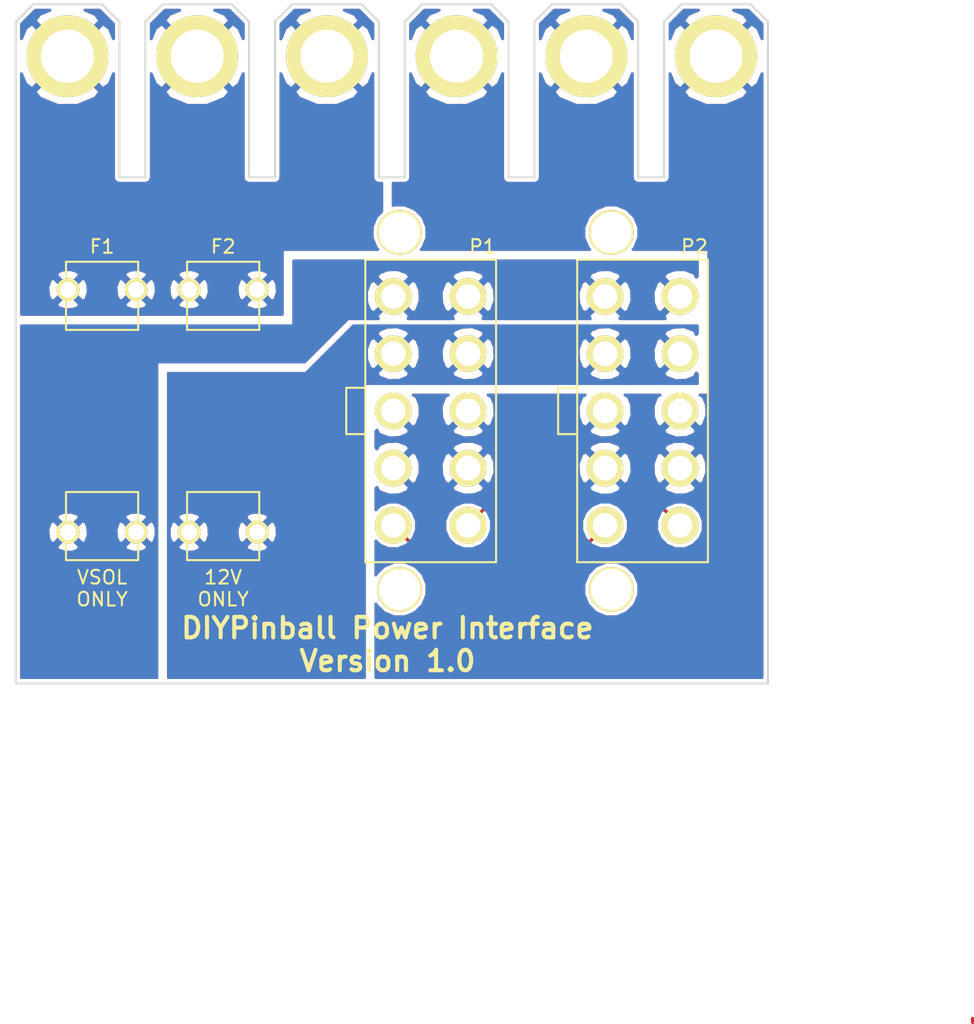
<source format=kicad_pcb>
(kicad_pcb (version 4) (host pcbnew 4.0.0-rc1-stable)

  (general
    (links 28)
    (no_connects 0)
    (area 119.622499 78.347499 175.017501 128.345001)
    (thickness 1.6)
    (drawings 40)
    (tracks 9)
    (zones 0)
    (modules 10)
    (nets 7)
  )

  (page USLetter)
  (layers
    (0 F.Cu signal)
    (31 B.Cu signal)
    (32 B.Adhes user)
    (33 F.Adhes user)
    (34 B.Paste user)
    (35 F.Paste user)
    (36 B.SilkS user)
    (37 F.SilkS user)
    (38 B.Mask user)
    (39 F.Mask user)
    (40 Dwgs.User user)
    (41 Cmts.User user)
    (42 Eco1.User user)
    (43 Eco2.User user)
    (44 Edge.Cuts user)
    (45 Margin user)
    (46 B.CrtYd user)
    (47 F.CrtYd user)
    (48 B.Fab user)
    (49 F.Fab user)
  )

  (setup
    (last_trace_width 0.25)
    (trace_clearance 0.2)
    (zone_clearance 0.254)
    (zone_45_only no)
    (trace_min 0.2)
    (segment_width 0.2)
    (edge_width 0.15)
    (via_size 0.6)
    (via_drill 0.4)
    (via_min_size 0.4)
    (via_min_drill 0.3)
    (uvia_size 0.3)
    (uvia_drill 0.1)
    (uvias_allowed no)
    (uvia_min_size 0.2)
    (uvia_min_drill 0.1)
    (pcb_text_width 0.3)
    (pcb_text_size 1.5 1.5)
    (mod_edge_width 0.15)
    (mod_text_size 1 1)
    (mod_text_width 0.15)
    (pad_size 3.5 3.5)
    (pad_drill 3.5)
    (pad_to_mask_clearance 0.2)
    (aux_axis_origin 0 0)
    (visible_elements 7FFFFFFF)
    (pcbplotparams
      (layerselection 0x010f0_80000001)
      (usegerberextensions true)
      (excludeedgelayer true)
      (linewidth 0.100000)
      (plotframeref false)
      (viasonmask false)
      (mode 1)
      (useauxorigin false)
      (hpglpennumber 1)
      (hpglpenspeed 20)
      (hpglpendiameter 15)
      (hpglpenoverlay 2)
      (psnegative false)
      (psa4output false)
      (plotreference true)
      (plotvalue false)
      (plotinvisibletext false)
      (padsonsilk false)
      (subtractmaskfromsilk true)
      (outputformat 1)
      (mirror false)
      (drillshape 0)
      (scaleselection 1)
      (outputdirectory cam/))
  )

  (net 0 "")
  (net 1 GND)
  (net 2 "Net-(P1-Pad5)")
  (net 3 "Net-(P1-Pad10)")
  (net 4 "Net-(F1-Pad1)")
  (net 5 "Net-(F1-Pad2)")
  (net 6 "Net-(F2-Pad1)")

  (net_class Default "This is the default net class."
    (clearance 0.2)
    (trace_width 0.25)
    (via_dia 0.6)
    (via_drill 0.4)
    (uvia_dia 0.3)
    (uvia_drill 0.1)
    (add_net GND)
    (add_net "Net-(F1-Pad1)")
    (add_net "Net-(F1-Pad2)")
    (add_net "Net-(F2-Pad1)")
    (add_net "Net-(P1-Pad10)")
    (add_net "Net-(P1-Pad5)")
  )

  (module Pinball:PINBALL-CONNECTOR-V (layer F.Cu) (tedit 561F30E7) (tstamp 561D59BD)
    (at 150.1775 108.2675 270)
    (path /561D5637)
    (fp_text reference P1 (at -12.065 -3.81 360) (layer F.SilkS)
      (effects (font (size 1 1) (thickness 0.15)))
    )
    (fp_text value PINBALL-CONNECTOR (at 0 8.5 270) (layer F.SilkS) hide
      (effects (font (size 1 1) (thickness 0.15)))
    )
    (fp_line (start 1.7 6.2) (end 1.7 4.8) (layer F.SilkS) (width 0.15))
    (fp_line (start -1.7 4.8) (end -1.7 6.2) (layer F.SilkS) (width 0.15))
    (fp_line (start -1.7 6.2) (end 1.7 6.2) (layer F.SilkS) (width 0.15))
    (fp_line (start -11.1 -4.8) (end 11.1 -4.8) (layer F.SilkS) (width 0.15))
    (fp_line (start 11.1 -4.8) (end 11.1 4.8) (layer F.SilkS) (width 0.15))
    (fp_line (start 11.1 4.8) (end -11.1 4.8) (layer F.SilkS) (width 0.15))
    (fp_line (start -11.1 4.8) (end -11.1 -4.8) (layer F.SilkS) (width 0.15))
    (pad 3 thru_hole circle (at 0 -2.75 90) (size 2.7 2.7) (drill 1.8) (layers *.Cu *.Mask F.SilkS)
      (net 1 GND))
    (pad 8 thru_hole circle (at 0 2.75 90) (size 2.7 2.7) (drill 1.8) (layers *.Cu *.Mask F.SilkS)
      (net 1 GND))
    (pad 4 thru_hole circle (at 4.2 -2.75 90) (size 2.7 2.7) (drill 1.8) (layers *.Cu *.Mask F.SilkS)
      (net 1 GND))
    (pad 9 thru_hole circle (at 4.2 2.75 90) (size 2.7 2.7) (drill 1.8) (layers *.Cu *.Mask F.SilkS)
      (net 1 GND))
    (pad 5 thru_hole circle (at 8.4 -2.75 90) (size 2.7 2.7) (drill 1.8) (layers *.Cu *.Mask F.SilkS)
      (net 2 "Net-(P1-Pad5)"))
    (pad 10 thru_hole circle (at 8.4 2.75 90) (size 2.7 2.7) (drill 1.8) (layers *.Cu *.Mask F.SilkS)
      (net 3 "Net-(P1-Pad10)"))
    (pad 7 thru_hole circle (at -4.2 2.75 90) (size 2.7 2.7) (drill 1.8) (layers *.Cu *.Mask F.SilkS)
      (net 6 "Net-(F2-Pad1)"))
    (pad 2 thru_hole circle (at -4.2 -2.75 90) (size 2.7 2.7) (drill 1.8) (layers *.Cu *.Mask F.SilkS)
      (net 6 "Net-(F2-Pad1)"))
    (pad 6 thru_hole circle (at -8.4 2.75 90) (size 2.7 2.7) (drill 1.8) (layers *.Cu *.Mask F.SilkS)
      (net 4 "Net-(F1-Pad1)"))
    (pad 1 thru_hole circle (at -8.4 -2.75 90) (size 2.7 2.7) (drill 1.8) (layers *.Cu *.Mask F.SilkS)
      (net 4 "Net-(F1-Pad1)"))
    (pad "" np_thru_hole circle (at 13.1 2.29 90) (size 3.3 3.3) (drill 3) (layers *.Cu *.Mask F.SilkS))
    (pad "" np_thru_hole circle (at -13.1 2.29 90) (size 3.3 3.3) (drill 3) (layers *.Cu *.Mask F.SilkS))
  )

  (module Pinball:PINBALL-CONNECTOR-V (layer F.Cu) (tedit 561F30EE) (tstamp 561D59CD)
    (at 165.735 108.2675 270)
    (path /561D566A)
    (fp_text reference P2 (at -12.065 -3.81 360) (layer F.SilkS)
      (effects (font (size 1 1) (thickness 0.15)))
    )
    (fp_text value PINBALL-CONNECTOR (at 0 8.5 270) (layer F.SilkS) hide
      (effects (font (size 1 1) (thickness 0.15)))
    )
    (fp_line (start 1.7 6.2) (end 1.7 4.8) (layer F.SilkS) (width 0.15))
    (fp_line (start -1.7 4.8) (end -1.7 6.2) (layer F.SilkS) (width 0.15))
    (fp_line (start -1.7 6.2) (end 1.7 6.2) (layer F.SilkS) (width 0.15))
    (fp_line (start -11.1 -4.8) (end 11.1 -4.8) (layer F.SilkS) (width 0.15))
    (fp_line (start 11.1 -4.8) (end 11.1 4.8) (layer F.SilkS) (width 0.15))
    (fp_line (start 11.1 4.8) (end -11.1 4.8) (layer F.SilkS) (width 0.15))
    (fp_line (start -11.1 4.8) (end -11.1 -4.8) (layer F.SilkS) (width 0.15))
    (pad 3 thru_hole circle (at 0 -2.75 90) (size 2.7 2.7) (drill 1.8) (layers *.Cu *.Mask F.SilkS)
      (net 1 GND))
    (pad 8 thru_hole circle (at 0 2.75 90) (size 2.7 2.7) (drill 1.8) (layers *.Cu *.Mask F.SilkS)
      (net 1 GND))
    (pad 4 thru_hole circle (at 4.2 -2.75 90) (size 2.7 2.7) (drill 1.8) (layers *.Cu *.Mask F.SilkS)
      (net 1 GND))
    (pad 9 thru_hole circle (at 4.2 2.75 90) (size 2.7 2.7) (drill 1.8) (layers *.Cu *.Mask F.SilkS)
      (net 1 GND))
    (pad 5 thru_hole circle (at 8.4 -2.75 90) (size 2.7 2.7) (drill 1.8) (layers *.Cu *.Mask F.SilkS)
      (net 2 "Net-(P1-Pad5)"))
    (pad 10 thru_hole circle (at 8.4 2.75 90) (size 2.7 2.7) (drill 1.8) (layers *.Cu *.Mask F.SilkS)
      (net 3 "Net-(P1-Pad10)"))
    (pad 7 thru_hole circle (at -4.2 2.75 90) (size 2.7 2.7) (drill 1.8) (layers *.Cu *.Mask F.SilkS)
      (net 6 "Net-(F2-Pad1)"))
    (pad 2 thru_hole circle (at -4.2 -2.75 90) (size 2.7 2.7) (drill 1.8) (layers *.Cu *.Mask F.SilkS)
      (net 6 "Net-(F2-Pad1)"))
    (pad 6 thru_hole circle (at -8.4 2.75 90) (size 2.7 2.7) (drill 1.8) (layers *.Cu *.Mask F.SilkS)
      (net 4 "Net-(F1-Pad1)"))
    (pad 1 thru_hole circle (at -8.4 -2.75 90) (size 2.7 2.7) (drill 1.8) (layers *.Cu *.Mask F.SilkS)
      (net 4 "Net-(F1-Pad1)"))
    (pad "" np_thru_hole circle (at 13.1 2.29 90) (size 3.3 3.3) (drill 3) (layers *.Cu *.Mask F.SilkS))
    (pad "" np_thru_hole circle (at -13.1 2.29 90) (size 3.3 3.3) (drill 3) (layers *.Cu *.Mask F.SilkS))
  )

  (module Pinball:PSU-HOLE (layer F.Cu) (tedit 561F3139) (tstamp 561F2857)
    (at 142.5575 82.2325)
    (path /561F2F62)
    (fp_text reference P5 (at 0 0.5) (layer F.SilkS) hide
      (effects (font (size 1 1) (thickness 0.15)))
    )
    (fp_text value CONN_01X01 (at 0 -0.5) (layer F.Fab)
      (effects (font (size 1 1) (thickness 0.15)))
    )
    (pad 1 thru_hole circle (at 0 0) (size 6 6) (drill 3.9) (layers *.Cu *.Mask F.SilkS)
      (net 5 "Net-(F1-Pad2)"))
  )

  (module Pinball:PSU-HOLE (layer F.Cu) (tedit 561F312F) (tstamp 561F285C)
    (at 152.0825 82.2325)
    (path /561F2F85)
    (fp_text reference P6 (at 0 0.5) (layer F.SilkS) hide
      (effects (font (size 1 1) (thickness 0.15)))
    )
    (fp_text value CONN_01X01 (at 0 -0.5) (layer F.Fab)
      (effects (font (size 1 1) (thickness 0.15)))
    )
    (pad 1 thru_hole circle (at 0 0) (size 6 6) (drill 3.9) (layers *.Cu *.Mask F.SilkS)
      (net 1 GND))
  )

  (module Pinball:PSU-HOLE (layer F.Cu) (tedit 561F3133) (tstamp 561F2861)
    (at 161.6075 82.2325)
    (path /561F2FAA)
    (fp_text reference P7 (at 0 0.5) (layer F.SilkS) hide
      (effects (font (size 1 1) (thickness 0.15)))
    )
    (fp_text value CONN_01X01 (at 0 -0.5) (layer F.Fab)
      (effects (font (size 1 1) (thickness 0.15)))
    )
    (pad 1 thru_hole circle (at 0 0) (size 6 6) (drill 3.9) (layers *.Cu *.Mask F.SilkS)
      (net 1 GND))
  )

  (module Pinball:PSU-HOLE (layer F.Cu) (tedit 561F313E) (tstamp 561F2866)
    (at 171.1325 82.2325)
    (path /561F2FD1)
    (fp_text reference P8 (at 0 0.5) (layer F.SilkS) hide
      (effects (font (size 1 1) (thickness 0.15)))
    )
    (fp_text value CONN_01X01 (at 0 -0.5) (layer F.Fab)
      (effects (font (size 1 1) (thickness 0.15)))
    )
    (pad 1 thru_hole circle (at 0 0) (size 6 6) (drill 3.9) (layers *.Cu *.Mask F.SilkS)
      (net 1 GND))
  )

  (module Pinball:FC203-20MM (layer F.Cu) (tedit 5620E5B0) (tstamp 5620DF34)
    (at 126.0475 108.2675 90)
    (path /5620E088)
    (fp_text reference F1 (at 12.065 0 180) (layer F.SilkS)
      (effects (font (size 1 1) (thickness 0.15)))
    )
    (fp_text value FUSE (at 0 6.5 90) (layer F.SilkS) hide
      (effects (font (size 1 1) (thickness 0.15)))
    )
    (fp_line (start -5.95 2.65) (end -10.95 2.65) (layer F.SilkS) (width 0.15))
    (fp_line (start -10.95 2.65) (end -10.95 -2.65) (layer F.SilkS) (width 0.15))
    (fp_line (start -10.95 -2.65) (end -5.95 -2.65) (layer F.SilkS) (width 0.15))
    (fp_line (start -5.95 -2.65) (end -5.95 2.65) (layer F.SilkS) (width 0.15))
    (fp_line (start 10.95 -2.65) (end 10.95 2.65) (layer F.SilkS) (width 0.15))
    (fp_line (start 10.95 2.65) (end 5.95 2.65) (layer F.SilkS) (width 0.15))
    (fp_line (start 5.95 2.65) (end 5.95 -2.65) (layer F.SilkS) (width 0.15))
    (fp_line (start 5.95 -2.65) (end 10.95 -2.65) (layer F.SilkS) (width 0.15))
    (pad 1 thru_hole circle (at -8.9 -2.5 90) (size 1.7 1.7) (drill 1.17) (layers *.Cu *.Mask F.SilkS)
      (net 4 "Net-(F1-Pad1)"))
    (pad 1 thru_hole circle (at -8.9 2.5 90) (size 1.7 1.7) (drill 1.17) (layers *.Cu *.Mask F.SilkS)
      (net 4 "Net-(F1-Pad1)"))
    (pad 2 thru_hole circle (at 8.9 2.5 90) (size 1.7 1.7) (drill 1.17) (layers *.Cu *.Mask F.SilkS)
      (net 5 "Net-(F1-Pad2)"))
    (pad 2 thru_hole circle (at 8.9 -2.5 90) (size 1.7 1.7) (drill 1.17) (layers *.Cu *.Mask F.SilkS)
      (net 5 "Net-(F1-Pad2)"))
  )

  (module Pinball:FC203-20MM (layer F.Cu) (tedit 5620E5B5) (tstamp 5620DF3C)
    (at 134.9375 108.2675 90)
    (path /5620E11F)
    (fp_text reference F2 (at 12.065 0 180) (layer F.SilkS)
      (effects (font (size 1 1) (thickness 0.15)))
    )
    (fp_text value FUSE (at 0 6.5 90) (layer F.SilkS) hide
      (effects (font (size 1 1) (thickness 0.15)))
    )
    (fp_line (start -5.95 2.65) (end -10.95 2.65) (layer F.SilkS) (width 0.15))
    (fp_line (start -10.95 2.65) (end -10.95 -2.65) (layer F.SilkS) (width 0.15))
    (fp_line (start -10.95 -2.65) (end -5.95 -2.65) (layer F.SilkS) (width 0.15))
    (fp_line (start -5.95 -2.65) (end -5.95 2.65) (layer F.SilkS) (width 0.15))
    (fp_line (start 10.95 -2.65) (end 10.95 2.65) (layer F.SilkS) (width 0.15))
    (fp_line (start 10.95 2.65) (end 5.95 2.65) (layer F.SilkS) (width 0.15))
    (fp_line (start 5.95 2.65) (end 5.95 -2.65) (layer F.SilkS) (width 0.15))
    (fp_line (start 5.95 -2.65) (end 10.95 -2.65) (layer F.SilkS) (width 0.15))
    (pad 1 thru_hole circle (at -8.9 -2.5 90) (size 1.7 1.7) (drill 1.17) (layers *.Cu *.Mask F.SilkS)
      (net 6 "Net-(F2-Pad1)"))
    (pad 1 thru_hole circle (at -8.9 2.5 90) (size 1.7 1.7) (drill 1.17) (layers *.Cu *.Mask F.SilkS)
      (net 6 "Net-(F2-Pad1)"))
    (pad 2 thru_hole circle (at 8.9 2.5 90) (size 1.7 1.7) (drill 1.17) (layers *.Cu *.Mask F.SilkS)
      (net 5 "Net-(F1-Pad2)"))
    (pad 2 thru_hole circle (at 8.9 -2.5 90) (size 1.7 1.7) (drill 1.17) (layers *.Cu *.Mask F.SilkS)
      (net 5 "Net-(F1-Pad2)"))
  )

  (module Pinball:PSU-HOLE (layer F.Cu) (tedit 5620DFAB) (tstamp 5620DF61)
    (at 123.5075 82.2325)
    (path /561F2E9C)
    (fp_text reference P3 (at 0 0.5) (layer F.SilkS) hide
      (effects (font (size 1 1) (thickness 0.15)))
    )
    (fp_text value CONN_01X01 (at 0 -0.5) (layer F.Fab)
      (effects (font (size 1 1) (thickness 0.15)))
    )
    (pad 1 thru_hole circle (at 0 0) (size 6 6) (drill 3.9) (layers *.Cu *.Mask F.SilkS)
      (net 5 "Net-(F1-Pad2)"))
  )

  (module Pinball:PSU-HOLE (layer F.Cu) (tedit 5620DFBA) (tstamp 5620DF65)
    (at 133.0325 82.2325)
    (path /561F2F29)
    (fp_text reference P4 (at 0 0.5) (layer F.SilkS) hide
      (effects (font (size 1 1) (thickness 0.15)))
    )
    (fp_text value CONN_01X01 (at 0 -0.5) (layer F.Fab)
      (effects (font (size 1 1) (thickness 0.15)))
    )
    (pad 1 thru_hole circle (at 0 0) (size 6 6) (drill 3.9) (layers *.Cu *.Mask F.SilkS)
      (net 5 "Net-(F1-Pad2)"))
  )

  (gr_text "12V\nONLY" (at 134.9375 121.285) (layer F.SilkS)
    (effects (font (size 1 1) (thickness 0.15)))
  )
  (gr_text "VSOL\nONLY" (at 126.0475 121.285) (layer F.SilkS)
    (effects (font (size 1 1) (thickness 0.15)))
  )
  (gr_line (start 119.6975 128.27) (end 174.9425 128.27) (angle 90) (layer Edge.Cuts) (width 0.15))
  (gr_line (start 119.6975 91.1225) (end 119.6975 128.27) (angle 90) (layer Edge.Cuts) (width 0.15))
  (gr_line (start 119.6975 79.6925) (end 119.6975 91.1225) (angle 90) (layer Edge.Cuts) (width 0.15))
  (gr_line (start 120.9675 78.4225) (end 119.6975 79.6925) (angle 90) (layer Edge.Cuts) (width 0.15))
  (gr_line (start 126.0475 78.4225) (end 120.9675 78.4225) (angle 90) (layer Edge.Cuts) (width 0.15))
  (gr_line (start 127.3175 79.6925) (end 126.0475 78.4225) (angle 90) (layer Edge.Cuts) (width 0.15))
  (gr_line (start 127.3175 91.1225) (end 127.3175 79.6925) (angle 90) (layer Edge.Cuts) (width 0.15))
  (gr_line (start 129.2225 91.1225) (end 127.3175 91.1225) (angle 90) (layer Edge.Cuts) (width 0.15))
  (gr_line (start 129.2225 79.6925) (end 129.2225 91.1225) (angle 90) (layer Edge.Cuts) (width 0.15))
  (gr_line (start 130.4925 78.4225) (end 129.2225 79.6925) (angle 90) (layer Edge.Cuts) (width 0.15))
  (gr_line (start 135.5725 78.4225) (end 130.4925 78.4225) (angle 90) (layer Edge.Cuts) (width 0.15))
  (gr_line (start 136.8425 79.6925) (end 135.5725 78.4225) (angle 90) (layer Edge.Cuts) (width 0.15))
  (gr_line (start 136.8425 91.1225) (end 136.8425 79.6925) (angle 90) (layer Edge.Cuts) (width 0.15))
  (gr_line (start 138.7475 79.6925) (end 138.7475 91.1225) (angle 90) (layer Edge.Cuts) (width 0.15))
  (gr_line (start 140.0175 78.4225) (end 138.7475 79.6925) (angle 90) (layer Edge.Cuts) (width 0.15))
  (gr_line (start 145.0975 78.4225) (end 140.0175 78.4225) (angle 90) (layer Edge.Cuts) (width 0.15))
  (gr_line (start 146.3675 79.6925) (end 145.0975 78.4225) (angle 90) (layer Edge.Cuts) (width 0.15))
  (gr_line (start 146.3675 91.1225) (end 146.3675 79.6925) (angle 90) (layer Edge.Cuts) (width 0.15))
  (gr_line (start 148.2725 91.1225) (end 146.3675 91.1225) (angle 90) (layer Edge.Cuts) (width 0.15))
  (gr_line (start 148.2725 79.6925) (end 148.2725 91.1225) (angle 90) (layer Edge.Cuts) (width 0.15))
  (gr_line (start 149.5425 78.4225) (end 148.2725 79.6925) (angle 90) (layer Edge.Cuts) (width 0.15))
  (gr_line (start 154.6225 78.4225) (end 149.5425 78.4225) (angle 90) (layer Edge.Cuts) (width 0.15))
  (gr_line (start 155.8925 79.6925) (end 154.6225 78.4225) (angle 90) (layer Edge.Cuts) (width 0.15))
  (gr_line (start 155.8925 91.1225) (end 155.8925 79.6925) (angle 90) (layer Edge.Cuts) (width 0.15))
  (gr_line (start 157.7975 91.1225) (end 155.8925 91.1225) (angle 90) (layer Edge.Cuts) (width 0.15))
  (gr_line (start 157.7975 79.6925) (end 157.7975 91.1225) (angle 90) (layer Edge.Cuts) (width 0.15))
  (gr_line (start 159.0675 78.4225) (end 157.7975 79.6925) (angle 90) (layer Edge.Cuts) (width 0.15))
  (gr_line (start 164.1475 78.4225) (end 159.0675 78.4225) (angle 90) (layer Edge.Cuts) (width 0.15))
  (gr_line (start 165.4175 79.6925) (end 164.1475 78.4225) (angle 90) (layer Edge.Cuts) (width 0.15))
  (gr_line (start 165.4175 91.1225) (end 165.4175 79.6925) (angle 90) (layer Edge.Cuts) (width 0.15))
  (gr_line (start 167.3225 91.1225) (end 165.4175 91.1225) (angle 90) (layer Edge.Cuts) (width 0.15))
  (gr_line (start 167.3225 79.6925) (end 167.3225 91.1225) (angle 90) (layer Edge.Cuts) (width 0.15))
  (gr_line (start 168.5925 78.4225) (end 167.3225 79.6925) (angle 90) (layer Edge.Cuts) (width 0.15))
  (gr_line (start 173.6725 78.4225) (end 168.5925 78.4225) (angle 90) (layer Edge.Cuts) (width 0.15))
  (gr_line (start 174.9425 79.6925) (end 173.6725 78.4225) (angle 90) (layer Edge.Cuts) (width 0.15))
  (gr_line (start 174.9425 128.27) (end 174.9425 79.6925) (angle 90) (layer Edge.Cuts) (width 0.15))
  (gr_line (start 136.8425 91.1225) (end 138.7475 91.1225) (angle 90) (layer Edge.Cuts) (width 0.15))
  (gr_text "DIYPinball Power Interface\nVersion 1.0" (at 147.0025 125.4125) (layer F.SilkS)
    (effects (font (size 1.5 1.5) (thickness 0.3)))
  )

  (segment (start 189.9725 152.8625) (end 189.9725 153.1425) (width 0.25) (layer F.Cu) (net 0))
  (segment (start 152.9275 116.6675) (end 152.9275 116.63) (width 0.25) (layer F.Cu) (net 2) (status C00000))
  (segment (start 152.9275 116.63) (end 154.94 114.6175) (width 0.25) (layer F.Cu) (net 2) (tstamp 5620E524) (status 400000))
  (segment (start 154.94 114.6175) (end 166.435 114.6175) (width 0.25) (layer F.Cu) (net 2) (tstamp 5620E529))
  (segment (start 166.435 114.6175) (end 168.485 116.6675) (width 0.25) (layer F.Cu) (net 2) (tstamp 5620E530) (status 800000))
  (segment (start 162.985 116.6675) (end 162.985 116.7325) (width 0.25) (layer F.Cu) (net 3) (status C00000))
  (segment (start 162.985 116.7325) (end 160.9725 118.745) (width 0.25) (layer F.Cu) (net 3) (tstamp 5620E534) (status 400000))
  (segment (start 160.9725 118.745) (end 149.505 118.745) (width 0.25) (layer F.Cu) (net 3) (tstamp 5620E537))
  (segment (start 149.505 118.745) (end 147.4275 116.6675) (width 0.25) (layer F.Cu) (net 3) (tstamp 5620E53C) (status 800000))

  (zone (net 1) (net_name GND) (layer F.Cu) (tstamp 561F2D43) (hatch edge 0.508)
    (connect_pads (clearance 0.254))
    (min_thickness 0.2038)
    (fill yes (arc_segments 16) (thermal_gap 0.508) (thermal_bridge_width 0.508))
    (polygon
      (pts
        (xy 147.32 78.105) (xy 147.32 96.52) (xy 170.4975 96.52) (xy 170.4975 106.9975) (xy 146.05 106.9975)
        (xy 146.05 128.905) (xy 175.26 128.5875) (xy 175.26 78.105)
      )
    )
    (filled_polygon
      (pts
        (xy 150.043985 79.167956) (xy 149.697594 79.632492) (xy 152.0825 82.017398) (xy 154.467406 79.632492) (xy 154.121015 79.167956)
        (xy 153.357149 78.8534) (xy 154.444016 78.8534) (xy 155.4616 79.870984) (xy 155.4616 80.953389) (xy 155.147044 80.193985)
        (xy 154.682508 79.847594) (xy 152.297602 82.2325) (xy 154.682508 84.617406) (xy 155.147044 84.271015) (xy 155.4616 83.507149)
        (xy 155.4616 91.1225) (xy 155.4944 91.287398) (xy 155.587808 91.427192) (xy 155.727602 91.5206) (xy 155.8925 91.5534)
        (xy 157.7975 91.5534) (xy 157.962398 91.5206) (xy 158.102192 91.427192) (xy 158.1956 91.287398) (xy 158.2284 91.1225)
        (xy 158.2284 84.832508) (xy 159.222594 84.832508) (xy 159.568985 85.297044) (xy 160.896908 85.843876) (xy 162.333013 85.840908)
        (xy 163.646015 85.297044) (xy 163.992406 84.832508) (xy 161.6075 82.447602) (xy 159.222594 84.832508) (xy 158.2284 84.832508)
        (xy 158.2284 83.511611) (xy 158.542956 84.271015) (xy 159.007492 84.617406) (xy 161.392398 82.2325) (xy 159.007492 79.847594)
        (xy 158.542956 80.193985) (xy 158.2284 80.957851) (xy 158.2284 79.870984) (xy 159.245984 78.8534) (xy 160.328389 78.8534)
        (xy 159.568985 79.167956) (xy 159.222594 79.632492) (xy 161.6075 82.017398) (xy 163.992406 79.632492) (xy 163.646015 79.167956)
        (xy 162.882149 78.8534) (xy 163.969016 78.8534) (xy 164.9866 79.870984) (xy 164.9866 80.953389) (xy 164.672044 80.193985)
        (xy 164.207508 79.847594) (xy 161.822602 82.2325) (xy 164.207508 84.617406) (xy 164.672044 84.271015) (xy 164.9866 83.507149)
        (xy 164.9866 91.1225) (xy 165.0194 91.287398) (xy 165.112808 91.427192) (xy 165.252602 91.5206) (xy 165.4175 91.5534)
        (xy 167.3225 91.5534) (xy 167.487398 91.5206) (xy 167.627192 91.427192) (xy 167.7206 91.287398) (xy 167.7534 91.1225)
        (xy 167.7534 84.832508) (xy 168.747594 84.832508) (xy 169.093985 85.297044) (xy 170.421908 85.843876) (xy 171.858013 85.840908)
        (xy 173.171015 85.297044) (xy 173.517406 84.832508) (xy 171.1325 82.447602) (xy 168.747594 84.832508) (xy 167.7534 84.832508)
        (xy 167.7534 83.511611) (xy 168.067956 84.271015) (xy 168.532492 84.617406) (xy 170.917398 82.2325) (xy 168.532492 79.847594)
        (xy 168.067956 80.193985) (xy 167.7534 80.957851) (xy 167.7534 79.870984) (xy 168.770984 78.8534) (xy 169.853389 78.8534)
        (xy 169.093985 79.167956) (xy 168.747594 79.632492) (xy 171.1325 82.017398) (xy 173.517406 79.632492) (xy 173.171015 79.167956)
        (xy 172.407149 78.8534) (xy 173.494016 78.8534) (xy 174.5116 79.870984) (xy 174.5116 80.953389) (xy 174.197044 80.193985)
        (xy 173.732508 79.847594) (xy 171.347602 82.2325) (xy 173.732508 84.617406) (xy 174.197044 84.271015) (xy 174.5116 83.507149)
        (xy 174.5116 127.8391) (xy 146.1519 127.8391) (xy 146.1519 122.419765) (xy 146.185989 122.502267) (xy 146.749765 123.067028)
        (xy 147.486751 123.373051) (xy 148.284748 123.373748) (xy 149.022267 123.069011) (xy 149.587028 122.505235) (xy 149.893051 121.768249)
        (xy 149.893054 121.764748) (xy 161.438752 121.764748) (xy 161.743489 122.502267) (xy 162.307265 123.067028) (xy 163.044251 123.373051)
        (xy 163.842248 123.373748) (xy 164.579767 123.069011) (xy 165.144528 122.505235) (xy 165.450551 121.768249) (xy 165.451248 120.970252)
        (xy 165.146511 120.232733) (xy 164.582735 119.667972) (xy 163.845749 119.361949) (xy 163.047752 119.361252) (xy 162.310233 119.665989)
        (xy 161.745472 120.229765) (xy 161.439449 120.966751) (xy 161.438752 121.764748) (xy 149.893054 121.764748) (xy 149.893748 120.970252)
        (xy 149.589011 120.232733) (xy 149.025235 119.667972) (xy 148.288249 119.361949) (xy 147.490252 119.361252) (xy 146.752733 119.665989)
        (xy 146.187972 120.229765) (xy 146.1519 120.316636) (xy 146.1519 117.804288) (xy 146.459923 118.112849) (xy 147.086687 118.373104)
        (xy 147.765336 118.373696) (xy 148.252364 118.17246) (xy 149.16495 119.085045) (xy 149.164952 119.085048) (xy 149.24296 119.137171)
        (xy 149.320967 119.189294) (xy 149.505 119.225901) (xy 149.505005 119.2259) (xy 160.9725 119.2259) (xy 161.156533 119.189294)
        (xy 161.312548 119.085048) (xy 162.206313 118.191283) (xy 162.644187 118.373104) (xy 163.322836 118.373696) (xy 163.950053 118.114535)
        (xy 164.430349 117.635077) (xy 164.690604 117.008313) (xy 164.691196 116.329664) (xy 164.432035 115.702447) (xy 163.952577 115.222151)
        (xy 163.654551 115.0984) (xy 166.235804 115.0984) (xy 166.980288 115.842884) (xy 166.779396 116.326687) (xy 166.778804 117.005336)
        (xy 167.037965 117.632553) (xy 167.517423 118.112849) (xy 168.144187 118.373104) (xy 168.822836 118.373696) (xy 169.450053 118.114535)
        (xy 169.930349 117.635077) (xy 170.190604 117.008313) (xy 170.191196 116.329664) (xy 169.932035 115.702447) (xy 169.452577 115.222151)
        (xy 168.825813 114.961896) (xy 168.147164 114.961304) (xy 167.660136 115.16254) (xy 166.775048 114.277452) (xy 166.619033 114.173206)
        (xy 166.435 114.1366) (xy 164.049086 114.1366) (xy 164.178204 113.875806) (xy 167.291796 113.875806) (xy 167.43689 114.168868)
        (xy 168.167758 114.440454) (xy 168.946923 114.411675) (xy 169.53311 114.168868) (xy 169.678204 113.875806) (xy 168.485 112.682602)
        (xy 167.291796 113.875806) (xy 164.178204 113.875806) (xy 162.985 112.682602) (xy 161.791796 113.875806) (xy 161.920914 114.1366)
        (xy 154.940005 114.1366) (xy 154.94 114.136599) (xy 154.755967 114.173206) (xy 154.599952 114.277452) (xy 153.725618 115.151786)
        (xy 153.268313 114.961896) (xy 152.589664 114.961304) (xy 151.962447 115.220465) (xy 151.482151 115.699923) (xy 151.221896 116.326687)
        (xy 151.221304 117.005336) (xy 151.480465 117.632553) (xy 151.959923 118.112849) (xy 152.324176 118.2641) (xy 149.704195 118.2641)
        (xy 148.932212 117.492116) (xy 149.133104 117.008313) (xy 149.133696 116.329664) (xy 148.874535 115.702447) (xy 148.395077 115.222151)
        (xy 147.768313 114.961896) (xy 147.089664 114.961304) (xy 146.462447 115.220465) (xy 146.1519 115.53047) (xy 146.1519 113.958205)
        (xy 146.234297 113.875808) (xy 146.37939 114.168868) (xy 147.110258 114.440454) (xy 147.889423 114.411675) (xy 148.47561 114.168868)
        (xy 148.620704 113.875806) (xy 151.734296 113.875806) (xy 151.87939 114.168868) (xy 152.610258 114.440454) (xy 153.389423 114.411675)
        (xy 153.97561 114.168868) (xy 154.120704 113.875806) (xy 152.9275 112.682602) (xy 151.734296 113.875806) (xy 148.620704 113.875806)
        (xy 147.4275 112.682602) (xy 147.413358 112.696744) (xy 147.198256 112.481642) (xy 147.212398 112.4675) (xy 147.642602 112.4675)
        (xy 148.835806 113.660704) (xy 149.128868 113.51561) (xy 149.400454 112.784742) (xy 149.377019 112.150258) (xy 150.954546 112.150258)
        (xy 150.983325 112.929423) (xy 151.226132 113.51561) (xy 151.519194 113.660704) (xy 152.712398 112.4675) (xy 153.142602 112.4675)
        (xy 154.335806 113.660704) (xy 154.628868 113.51561) (xy 154.900454 112.784742) (xy 154.877019 112.150258) (xy 161.012046 112.150258)
        (xy 161.040825 112.929423) (xy 161.283632 113.51561) (xy 161.576694 113.660704) (xy 162.769898 112.4675) (xy 163.200102 112.4675)
        (xy 164.393306 113.660704) (xy 164.686368 113.51561) (xy 164.957954 112.784742) (xy 164.934519 112.150258) (xy 166.512046 112.150258)
        (xy 166.540825 112.929423) (xy 166.783632 113.51561) (xy 167.076694 113.660704) (xy 168.269898 112.4675) (xy 168.700102 112.4675)
        (xy 169.893306 113.660704) (xy 170.186368 113.51561) (xy 170.457954 112.784742) (xy 170.429175 112.005577) (xy 170.186368 111.41939)
        (xy 169.893306 111.274296) (xy 168.700102 112.4675) (xy 168.269898 112.4675) (xy 167.076694 111.274296) (xy 166.783632 111.41939)
        (xy 166.512046 112.150258) (xy 164.934519 112.150258) (xy 164.929175 112.005577) (xy 164.686368 111.41939) (xy 164.393306 111.274296)
        (xy 163.200102 112.4675) (xy 162.769898 112.4675) (xy 161.576694 111.274296) (xy 161.283632 111.41939) (xy 161.012046 112.150258)
        (xy 154.877019 112.150258) (xy 154.871675 112.005577) (xy 154.628868 111.41939) (xy 154.335806 111.274296) (xy 153.142602 112.4675)
        (xy 152.712398 112.4675) (xy 151.519194 111.274296) (xy 151.226132 111.41939) (xy 150.954546 112.150258) (xy 149.377019 112.150258)
        (xy 149.371675 112.005577) (xy 149.128868 111.41939) (xy 148.835806 111.274296) (xy 147.642602 112.4675) (xy 147.212398 112.4675)
        (xy 147.198256 112.453358) (xy 147.413358 112.238256) (xy 147.4275 112.252398) (xy 148.620704 111.059194) (xy 151.734296 111.059194)
        (xy 152.9275 112.252398) (xy 154.120704 111.059194) (xy 161.791796 111.059194) (xy 162.985 112.252398) (xy 164.178204 111.059194)
        (xy 167.291796 111.059194) (xy 168.485 112.252398) (xy 169.678204 111.059194) (xy 169.53311 110.766132) (xy 168.802242 110.494546)
        (xy 168.023077 110.523325) (xy 167.43689 110.766132) (xy 167.291796 111.059194) (xy 164.178204 111.059194) (xy 164.03311 110.766132)
        (xy 163.302242 110.494546) (xy 162.523077 110.523325) (xy 161.93689 110.766132) (xy 161.791796 111.059194) (xy 154.120704 111.059194)
        (xy 153.97561 110.766132) (xy 153.244742 110.494546) (xy 152.465577 110.523325) (xy 151.87939 110.766132) (xy 151.734296 111.059194)
        (xy 148.620704 111.059194) (xy 148.47561 110.766132) (xy 147.744742 110.494546) (xy 146.965577 110.523325) (xy 146.37939 110.766132)
        (xy 146.234297 111.059192) (xy 146.1519 110.976795) (xy 146.1519 109.758205) (xy 146.234297 109.675808) (xy 146.37939 109.968868)
        (xy 147.110258 110.240454) (xy 147.889423 110.211675) (xy 148.47561 109.968868) (xy 148.620704 109.675806) (xy 151.734296 109.675806)
        (xy 151.87939 109.968868) (xy 152.610258 110.240454) (xy 153.389423 110.211675) (xy 153.97561 109.968868) (xy 154.120704 109.675806)
        (xy 161.791796 109.675806) (xy 161.93689 109.968868) (xy 162.667758 110.240454) (xy 163.446923 110.211675) (xy 164.03311 109.968868)
        (xy 164.178204 109.675806) (xy 167.291796 109.675806) (xy 167.43689 109.968868) (xy 168.167758 110.240454) (xy 168.946923 110.211675)
        (xy 169.53311 109.968868) (xy 169.678204 109.675806) (xy 168.485 108.482602) (xy 167.291796 109.675806) (xy 164.178204 109.675806)
        (xy 162.985 108.482602) (xy 161.791796 109.675806) (xy 154.120704 109.675806) (xy 152.9275 108.482602) (xy 151.734296 109.675806)
        (xy 148.620704 109.675806) (xy 147.4275 108.482602) (xy 147.413358 108.496744) (xy 147.198256 108.281642) (xy 147.212398 108.2675)
        (xy 147.198256 108.253358) (xy 147.413358 108.038256) (xy 147.4275 108.052398) (xy 147.441642 108.038256) (xy 147.656744 108.253358)
        (xy 147.642602 108.2675) (xy 148.835806 109.460704) (xy 149.128868 109.31561) (xy 149.400454 108.584742) (xy 149.371675 107.805577)
        (xy 149.128868 107.21939) (xy 148.886511 107.0994) (xy 151.468489 107.0994) (xy 151.226132 107.21939) (xy 150.954546 107.950258)
        (xy 150.983325 108.729423) (xy 151.226132 109.31561) (xy 151.519194 109.460704) (xy 152.712398 108.2675) (xy 152.698256 108.253358)
        (xy 152.913358 108.038256) (xy 152.9275 108.052398) (xy 152.941642 108.038256) (xy 153.156744 108.253358) (xy 153.142602 108.2675)
        (xy 154.335806 109.460704) (xy 154.628868 109.31561) (xy 154.900454 108.584742) (xy 154.871675 107.805577) (xy 154.628868 107.21939)
        (xy 154.386511 107.0994) (xy 161.525989 107.0994) (xy 161.283632 107.21939) (xy 161.012046 107.950258) (xy 161.040825 108.729423)
        (xy 161.283632 109.31561) (xy 161.576694 109.460704) (xy 162.769898 108.2675) (xy 162.755756 108.253358) (xy 162.970858 108.038256)
        (xy 162.985 108.052398) (xy 162.999142 108.038256) (xy 163.214244 108.253358) (xy 163.200102 108.2675) (xy 164.393306 109.460704)
        (xy 164.686368 109.31561) (xy 164.957954 108.584742) (xy 164.929175 107.805577) (xy 164.686368 107.21939) (xy 164.444011 107.0994)
        (xy 167.025989 107.0994) (xy 166.783632 107.21939) (xy 166.512046 107.950258) (xy 166.540825 108.729423) (xy 166.783632 109.31561)
        (xy 167.076694 109.460704) (xy 168.269898 108.2675) (xy 168.255756 108.253358) (xy 168.470858 108.038256) (xy 168.485 108.052398)
        (xy 168.499142 108.038256) (xy 168.714244 108.253358) (xy 168.700102 108.2675) (xy 169.893306 109.460704) (xy 170.186368 109.31561)
        (xy 170.457954 108.584742) (xy 170.429175 107.805577) (xy 170.186368 107.21939) (xy 169.944011 107.0994) (xy 170.4975 107.0994)
        (xy 170.537145 107.091372) (xy 170.570543 107.068552) (xy 170.592431 107.034536) (xy 170.5994 106.9975) (xy 170.5994 96.52)
        (xy 170.591372 96.480355) (xy 170.568552 96.446957) (xy 170.534536 96.425069) (xy 170.4975 96.4181) (xy 165.031466 96.4181)
        (xy 165.144528 96.305235) (xy 165.450551 95.568249) (xy 165.451248 94.770252) (xy 165.146511 94.032733) (xy 164.582735 93.467972)
        (xy 163.845749 93.161949) (xy 163.047752 93.161252) (xy 162.310233 93.465989) (xy 161.745472 94.029765) (xy 161.439449 94.766751)
        (xy 161.438752 95.564748) (xy 161.743489 96.302267) (xy 161.85912 96.4181) (xy 149.473966 96.4181) (xy 149.587028 96.305235)
        (xy 149.893051 95.568249) (xy 149.893748 94.770252) (xy 149.589011 94.032733) (xy 149.025235 93.467972) (xy 148.288249 93.161949)
        (xy 147.490252 93.161252) (xy 147.4219 93.189495) (xy 147.4219 91.5534) (xy 148.2725 91.5534) (xy 148.437398 91.5206)
        (xy 148.577192 91.427192) (xy 148.6706 91.287398) (xy 148.7034 91.1225) (xy 148.7034 84.832508) (xy 149.697594 84.832508)
        (xy 150.043985 85.297044) (xy 151.371908 85.843876) (xy 152.808013 85.840908) (xy 154.121015 85.297044) (xy 154.467406 84.832508)
        (xy 152.0825 82.447602) (xy 149.697594 84.832508) (xy 148.7034 84.832508) (xy 148.7034 83.511611) (xy 149.017956 84.271015)
        (xy 149.482492 84.617406) (xy 151.867398 82.2325) (xy 149.482492 79.847594) (xy 149.017956 80.193985) (xy 148.7034 80.957851)
        (xy 148.7034 79.870984) (xy 149.720984 78.8534) (xy 150.803389 78.8534)
      )
    )
  )
  (zone (net 5) (net_name "Net-(F1-Pad2)") (layer F.Cu) (tstamp 5620E15C) (hatch edge 0.508)
    (connect_pads (clearance 0.254))
    (min_thickness 0.2038)
    (fill yes (arc_segments 16) (thermal_gap 0.508) (thermal_bridge_width 0.508))
    (polygon
      (pts
        (xy 146.685 78.105) (xy 146.685 96.52) (xy 139.3825 96.52) (xy 139.3825 101.2825) (xy 119.38 101.2825)
        (xy 119.38 78.105)
      )
    )
    (filled_polygon
      (pts
        (xy 121.468985 79.167956) (xy 121.122594 79.632492) (xy 123.5075 82.017398) (xy 125.892406 79.632492) (xy 125.546015 79.167956)
        (xy 124.782149 78.8534) (xy 125.869016 78.8534) (xy 126.8866 79.870984) (xy 126.8866 80.953389) (xy 126.572044 80.193985)
        (xy 126.107508 79.847594) (xy 123.722602 82.2325) (xy 126.107508 84.617406) (xy 126.572044 84.271015) (xy 126.8866 83.507149)
        (xy 126.8866 91.1225) (xy 126.9194 91.287398) (xy 127.012808 91.427192) (xy 127.152602 91.5206) (xy 127.3175 91.5534)
        (xy 129.2225 91.5534) (xy 129.387398 91.5206) (xy 129.527192 91.427192) (xy 129.6206 91.287398) (xy 129.6534 91.1225)
        (xy 129.6534 84.832508) (xy 130.647594 84.832508) (xy 130.993985 85.297044) (xy 132.321908 85.843876) (xy 133.758013 85.840908)
        (xy 135.071015 85.297044) (xy 135.417406 84.832508) (xy 133.0325 82.447602) (xy 130.647594 84.832508) (xy 129.6534 84.832508)
        (xy 129.6534 83.511611) (xy 129.967956 84.271015) (xy 130.432492 84.617406) (xy 132.817398 82.2325) (xy 130.432492 79.847594)
        (xy 129.967956 80.193985) (xy 129.6534 80.957851) (xy 129.6534 79.870984) (xy 130.670984 78.8534) (xy 131.753389 78.8534)
        (xy 130.993985 79.167956) (xy 130.647594 79.632492) (xy 133.0325 82.017398) (xy 135.417406 79.632492) (xy 135.071015 79.167956)
        (xy 134.307149 78.8534) (xy 135.394016 78.8534) (xy 136.4116 79.870984) (xy 136.4116 80.953389) (xy 136.097044 80.193985)
        (xy 135.632508 79.847594) (xy 133.247602 82.2325) (xy 135.632508 84.617406) (xy 136.097044 84.271015) (xy 136.4116 83.507149)
        (xy 136.4116 91.1225) (xy 136.4444 91.287398) (xy 136.537808 91.427192) (xy 136.677602 91.5206) (xy 136.8425 91.5534)
        (xy 138.7475 91.5534) (xy 138.912398 91.5206) (xy 139.052192 91.427192) (xy 139.1456 91.287398) (xy 139.1784 91.1225)
        (xy 139.1784 84.832508) (xy 140.172594 84.832508) (xy 140.518985 85.297044) (xy 141.846908 85.843876) (xy 143.283013 85.840908)
        (xy 144.596015 85.297044) (xy 144.942406 84.832508) (xy 142.5575 82.447602) (xy 140.172594 84.832508) (xy 139.1784 84.832508)
        (xy 139.1784 83.511611) (xy 139.492956 84.271015) (xy 139.957492 84.617406) (xy 142.342398 82.2325) (xy 139.957492 79.847594)
        (xy 139.492956 80.193985) (xy 139.1784 80.957851) (xy 139.1784 79.870984) (xy 140.195984 78.8534) (xy 141.278389 78.8534)
        (xy 140.518985 79.167956) (xy 140.172594 79.632492) (xy 142.5575 82.017398) (xy 144.942406 79.632492) (xy 144.596015 79.167956)
        (xy 143.832149 78.8534) (xy 144.919016 78.8534) (xy 145.9366 79.870984) (xy 145.9366 80.953389) (xy 145.622044 80.193985)
        (xy 145.157508 79.847594) (xy 142.772602 82.2325) (xy 145.157508 84.617406) (xy 145.622044 84.271015) (xy 145.9366 83.507149)
        (xy 145.9366 91.1225) (xy 145.9694 91.287398) (xy 146.062808 91.427192) (xy 146.202602 91.5206) (xy 146.3675 91.5534)
        (xy 146.5831 91.5534) (xy 146.5831 93.635326) (xy 146.187972 94.029765) (xy 145.881949 94.766751) (xy 145.881252 95.564748)
        (xy 146.185989 96.302267) (xy 146.30162 96.4181) (xy 139.3825 96.4181) (xy 139.342855 96.426128) (xy 139.309457 96.448948)
        (xy 139.287569 96.482964) (xy 139.2806 96.52) (xy 139.2806 101.1806) (xy 120.1284 101.1806) (xy 120.1284 100.413622)
        (xy 122.71648 100.413622) (xy 122.800212 100.654821) (xy 123.349732 100.842805) (xy 123.929361 100.806186) (xy 124.294788 100.654821)
        (xy 124.37852 100.413622) (xy 127.71648 100.413622) (xy 127.800212 100.654821) (xy 128.349732 100.842805) (xy 128.929361 100.806186)
        (xy 129.294788 100.654821) (xy 129.37852 100.413622) (xy 131.60648 100.413622) (xy 131.690212 100.654821) (xy 132.239732 100.842805)
        (xy 132.819361 100.806186) (xy 133.184788 100.654821) (xy 133.26852 100.413622) (xy 136.60648 100.413622) (xy 136.690212 100.654821)
        (xy 137.239732 100.842805) (xy 137.819361 100.806186) (xy 138.184788 100.654821) (xy 138.26852 100.413622) (xy 137.4375 99.582602)
        (xy 136.60648 100.413622) (xy 133.26852 100.413622) (xy 132.4375 99.582602) (xy 131.60648 100.413622) (xy 129.37852 100.413622)
        (xy 128.5475 99.582602) (xy 127.71648 100.413622) (xy 124.37852 100.413622) (xy 123.5475 99.582602) (xy 122.71648 100.413622)
        (xy 120.1284 100.413622) (xy 120.1284 99.169732) (xy 122.072195 99.169732) (xy 122.108814 99.749361) (xy 122.260179 100.114788)
        (xy 122.501378 100.19852) (xy 123.332398 99.3675) (xy 123.762602 99.3675) (xy 124.593622 100.19852) (xy 124.834821 100.114788)
        (xy 125.022805 99.565268) (xy 124.997817 99.169732) (xy 127.072195 99.169732) (xy 127.108814 99.749361) (xy 127.260179 100.114788)
        (xy 127.501378 100.19852) (xy 128.332398 99.3675) (xy 128.762602 99.3675) (xy 129.593622 100.19852) (xy 129.834821 100.114788)
        (xy 130.022805 99.565268) (xy 129.997817 99.169732) (xy 130.962195 99.169732) (xy 130.998814 99.749361) (xy 131.150179 100.114788)
        (xy 131.391378 100.19852) (xy 132.222398 99.3675) (xy 132.652602 99.3675) (xy 133.483622 100.19852) (xy 133.724821 100.114788)
        (xy 133.912805 99.565268) (xy 133.887817 99.169732) (xy 135.962195 99.169732) (xy 135.998814 99.749361) (xy 136.150179 100.114788)
        (xy 136.391378 100.19852) (xy 137.222398 99.3675) (xy 137.652602 99.3675) (xy 138.483622 100.19852) (xy 138.724821 100.114788)
        (xy 138.912805 99.565268) (xy 138.876186 98.985639) (xy 138.724821 98.620212) (xy 138.483622 98.53648) (xy 137.652602 99.3675)
        (xy 137.222398 99.3675) (xy 136.391378 98.53648) (xy 136.150179 98.620212) (xy 135.962195 99.169732) (xy 133.887817 99.169732)
        (xy 133.876186 98.985639) (xy 133.724821 98.620212) (xy 133.483622 98.53648) (xy 132.652602 99.3675) (xy 132.222398 99.3675)
        (xy 131.391378 98.53648) (xy 131.150179 98.620212) (xy 130.962195 99.169732) (xy 129.997817 99.169732) (xy 129.986186 98.985639)
        (xy 129.834821 98.620212) (xy 129.593622 98.53648) (xy 128.762602 99.3675) (xy 128.332398 99.3675) (xy 127.501378 98.53648)
        (xy 127.260179 98.620212) (xy 127.072195 99.169732) (xy 124.997817 99.169732) (xy 124.986186 98.985639) (xy 124.834821 98.620212)
        (xy 124.593622 98.53648) (xy 123.762602 99.3675) (xy 123.332398 99.3675) (xy 122.501378 98.53648) (xy 122.260179 98.620212)
        (xy 122.072195 99.169732) (xy 120.1284 99.169732) (xy 120.1284 98.321378) (xy 122.71648 98.321378) (xy 123.5475 99.152398)
        (xy 124.37852 98.321378) (xy 127.71648 98.321378) (xy 128.5475 99.152398) (xy 129.37852 98.321378) (xy 131.60648 98.321378)
        (xy 132.4375 99.152398) (xy 133.26852 98.321378) (xy 136.60648 98.321378) (xy 137.4375 99.152398) (xy 138.26852 98.321378)
        (xy 138.184788 98.080179) (xy 137.635268 97.892195) (xy 137.055639 97.928814) (xy 136.690212 98.080179) (xy 136.60648 98.321378)
        (xy 133.26852 98.321378) (xy 133.184788 98.080179) (xy 132.635268 97.892195) (xy 132.055639 97.928814) (xy 131.690212 98.080179)
        (xy 131.60648 98.321378) (xy 129.37852 98.321378) (xy 129.294788 98.080179) (xy 128.745268 97.892195) (xy 128.165639 97.928814)
        (xy 127.800212 98.080179) (xy 127.71648 98.321378) (xy 124.37852 98.321378) (xy 124.294788 98.080179) (xy 123.745268 97.892195)
        (xy 123.165639 97.928814) (xy 122.800212 98.080179) (xy 122.71648 98.321378) (xy 120.1284 98.321378) (xy 120.1284 84.832508)
        (xy 121.122594 84.832508) (xy 121.468985 85.297044) (xy 122.796908 85.843876) (xy 124.233013 85.840908) (xy 125.546015 85.297044)
        (xy 125.892406 84.832508) (xy 123.5075 82.447602) (xy 121.122594 84.832508) (xy 120.1284 84.832508) (xy 120.1284 83.511611)
        (xy 120.442956 84.271015) (xy 120.907492 84.617406) (xy 123.292398 82.2325) (xy 120.907492 79.847594) (xy 120.442956 80.193985)
        (xy 120.1284 80.957851) (xy 120.1284 79.870984) (xy 121.145984 78.8534) (xy 122.228389 78.8534)
      )
    )
  )
  (zone (net 5) (net_name "Net-(F1-Pad2)") (layer B.Cu) (tstamp 5620E221) (hatch edge 0.508)
    (connect_pads (clearance 0.254))
    (min_thickness 0.2038)
    (fill yes (arc_segments 16) (thermal_gap 0.508) (thermal_bridge_width 0.508))
    (polygon
      (pts
        (xy 146.685 78.105) (xy 146.685 96.52) (xy 139.3825 96.52) (xy 139.3825 101.2825) (xy 119.38 101.2825)
        (xy 119.38 78.105)
      )
    )
    (filled_polygon
      (pts
        (xy 121.468985 79.167956) (xy 121.122594 79.632492) (xy 123.5075 82.017398) (xy 125.892406 79.632492) (xy 125.546015 79.167956)
        (xy 124.782149 78.8534) (xy 125.869016 78.8534) (xy 126.8866 79.870984) (xy 126.8866 80.953389) (xy 126.572044 80.193985)
        (xy 126.107508 79.847594) (xy 123.722602 82.2325) (xy 126.107508 84.617406) (xy 126.572044 84.271015) (xy 126.8866 83.507149)
        (xy 126.8866 91.1225) (xy 126.9194 91.287398) (xy 127.012808 91.427192) (xy 127.152602 91.5206) (xy 127.3175 91.5534)
        (xy 129.2225 91.5534) (xy 129.387398 91.5206) (xy 129.527192 91.427192) (xy 129.6206 91.287398) (xy 129.6534 91.1225)
        (xy 129.6534 84.832508) (xy 130.647594 84.832508) (xy 130.993985 85.297044) (xy 132.321908 85.843876) (xy 133.758013 85.840908)
        (xy 135.071015 85.297044) (xy 135.417406 84.832508) (xy 133.0325 82.447602) (xy 130.647594 84.832508) (xy 129.6534 84.832508)
        (xy 129.6534 83.511611) (xy 129.967956 84.271015) (xy 130.432492 84.617406) (xy 132.817398 82.2325) (xy 130.432492 79.847594)
        (xy 129.967956 80.193985) (xy 129.6534 80.957851) (xy 129.6534 79.870984) (xy 130.670984 78.8534) (xy 131.753389 78.8534)
        (xy 130.993985 79.167956) (xy 130.647594 79.632492) (xy 133.0325 82.017398) (xy 135.417406 79.632492) (xy 135.071015 79.167956)
        (xy 134.307149 78.8534) (xy 135.394016 78.8534) (xy 136.4116 79.870984) (xy 136.4116 80.953389) (xy 136.097044 80.193985)
        (xy 135.632508 79.847594) (xy 133.247602 82.2325) (xy 135.632508 84.617406) (xy 136.097044 84.271015) (xy 136.4116 83.507149)
        (xy 136.4116 91.1225) (xy 136.4444 91.287398) (xy 136.537808 91.427192) (xy 136.677602 91.5206) (xy 136.8425 91.5534)
        (xy 138.7475 91.5534) (xy 138.912398 91.5206) (xy 139.052192 91.427192) (xy 139.1456 91.287398) (xy 139.1784 91.1225)
        (xy 139.1784 84.832508) (xy 140.172594 84.832508) (xy 140.518985 85.297044) (xy 141.846908 85.843876) (xy 143.283013 85.840908)
        (xy 144.596015 85.297044) (xy 144.942406 84.832508) (xy 142.5575 82.447602) (xy 140.172594 84.832508) (xy 139.1784 84.832508)
        (xy 139.1784 83.511611) (xy 139.492956 84.271015) (xy 139.957492 84.617406) (xy 142.342398 82.2325) (xy 139.957492 79.847594)
        (xy 139.492956 80.193985) (xy 139.1784 80.957851) (xy 139.1784 79.870984) (xy 140.195984 78.8534) (xy 141.278389 78.8534)
        (xy 140.518985 79.167956) (xy 140.172594 79.632492) (xy 142.5575 82.017398) (xy 144.942406 79.632492) (xy 144.596015 79.167956)
        (xy 143.832149 78.8534) (xy 144.919016 78.8534) (xy 145.9366 79.870984) (xy 145.9366 80.953389) (xy 145.622044 80.193985)
        (xy 145.157508 79.847594) (xy 142.772602 82.2325) (xy 145.157508 84.617406) (xy 145.622044 84.271015) (xy 145.9366 83.507149)
        (xy 145.9366 91.1225) (xy 145.9694 91.287398) (xy 146.062808 91.427192) (xy 146.202602 91.5206) (xy 146.3675 91.5534)
        (xy 146.5831 91.5534) (xy 146.5831 93.635326) (xy 146.187972 94.029765) (xy 145.881949 94.766751) (xy 145.881252 95.564748)
        (xy 146.185989 96.302267) (xy 146.30162 96.4181) (xy 139.3825 96.4181) (xy 139.342855 96.426128) (xy 139.309457 96.448948)
        (xy 139.287569 96.482964) (xy 139.2806 96.52) (xy 139.2806 101.1806) (xy 120.1284 101.1806) (xy 120.1284 100.413622)
        (xy 122.71648 100.413622) (xy 122.800212 100.654821) (xy 123.349732 100.842805) (xy 123.929361 100.806186) (xy 124.294788 100.654821)
        (xy 124.37852 100.413622) (xy 127.71648 100.413622) (xy 127.800212 100.654821) (xy 128.349732 100.842805) (xy 128.929361 100.806186)
        (xy 129.294788 100.654821) (xy 129.37852 100.413622) (xy 131.60648 100.413622) (xy 131.690212 100.654821) (xy 132.239732 100.842805)
        (xy 132.819361 100.806186) (xy 133.184788 100.654821) (xy 133.26852 100.413622) (xy 136.60648 100.413622) (xy 136.690212 100.654821)
        (xy 137.239732 100.842805) (xy 137.819361 100.806186) (xy 138.184788 100.654821) (xy 138.26852 100.413622) (xy 137.4375 99.582602)
        (xy 136.60648 100.413622) (xy 133.26852 100.413622) (xy 132.4375 99.582602) (xy 131.60648 100.413622) (xy 129.37852 100.413622)
        (xy 128.5475 99.582602) (xy 127.71648 100.413622) (xy 124.37852 100.413622) (xy 123.5475 99.582602) (xy 122.71648 100.413622)
        (xy 120.1284 100.413622) (xy 120.1284 99.169732) (xy 122.072195 99.169732) (xy 122.108814 99.749361) (xy 122.260179 100.114788)
        (xy 122.501378 100.19852) (xy 123.332398 99.3675) (xy 123.762602 99.3675) (xy 124.593622 100.19852) (xy 124.834821 100.114788)
        (xy 125.022805 99.565268) (xy 124.997817 99.169732) (xy 127.072195 99.169732) (xy 127.108814 99.749361) (xy 127.260179 100.114788)
        (xy 127.501378 100.19852) (xy 128.332398 99.3675) (xy 128.762602 99.3675) (xy 129.593622 100.19852) (xy 129.834821 100.114788)
        (xy 130.022805 99.565268) (xy 129.997817 99.169732) (xy 130.962195 99.169732) (xy 130.998814 99.749361) (xy 131.150179 100.114788)
        (xy 131.391378 100.19852) (xy 132.222398 99.3675) (xy 132.652602 99.3675) (xy 133.483622 100.19852) (xy 133.724821 100.114788)
        (xy 133.912805 99.565268) (xy 133.887817 99.169732) (xy 135.962195 99.169732) (xy 135.998814 99.749361) (xy 136.150179 100.114788)
        (xy 136.391378 100.19852) (xy 137.222398 99.3675) (xy 137.652602 99.3675) (xy 138.483622 100.19852) (xy 138.724821 100.114788)
        (xy 138.912805 99.565268) (xy 138.876186 98.985639) (xy 138.724821 98.620212) (xy 138.483622 98.53648) (xy 137.652602 99.3675)
        (xy 137.222398 99.3675) (xy 136.391378 98.53648) (xy 136.150179 98.620212) (xy 135.962195 99.169732) (xy 133.887817 99.169732)
        (xy 133.876186 98.985639) (xy 133.724821 98.620212) (xy 133.483622 98.53648) (xy 132.652602 99.3675) (xy 132.222398 99.3675)
        (xy 131.391378 98.53648) (xy 131.150179 98.620212) (xy 130.962195 99.169732) (xy 129.997817 99.169732) (xy 129.986186 98.985639)
        (xy 129.834821 98.620212) (xy 129.593622 98.53648) (xy 128.762602 99.3675) (xy 128.332398 99.3675) (xy 127.501378 98.53648)
        (xy 127.260179 98.620212) (xy 127.072195 99.169732) (xy 124.997817 99.169732) (xy 124.986186 98.985639) (xy 124.834821 98.620212)
        (xy 124.593622 98.53648) (xy 123.762602 99.3675) (xy 123.332398 99.3675) (xy 122.501378 98.53648) (xy 122.260179 98.620212)
        (xy 122.072195 99.169732) (xy 120.1284 99.169732) (xy 120.1284 98.321378) (xy 122.71648 98.321378) (xy 123.5475 99.152398)
        (xy 124.37852 98.321378) (xy 127.71648 98.321378) (xy 128.5475 99.152398) (xy 129.37852 98.321378) (xy 131.60648 98.321378)
        (xy 132.4375 99.152398) (xy 133.26852 98.321378) (xy 136.60648 98.321378) (xy 137.4375 99.152398) (xy 138.26852 98.321378)
        (xy 138.184788 98.080179) (xy 137.635268 97.892195) (xy 137.055639 97.928814) (xy 136.690212 98.080179) (xy 136.60648 98.321378)
        (xy 133.26852 98.321378) (xy 133.184788 98.080179) (xy 132.635268 97.892195) (xy 132.055639 97.928814) (xy 131.690212 98.080179)
        (xy 131.60648 98.321378) (xy 129.37852 98.321378) (xy 129.294788 98.080179) (xy 128.745268 97.892195) (xy 128.165639 97.928814)
        (xy 127.800212 98.080179) (xy 127.71648 98.321378) (xy 124.37852 98.321378) (xy 124.294788 98.080179) (xy 123.745268 97.892195)
        (xy 123.165639 97.928814) (xy 122.800212 98.080179) (xy 122.71648 98.321378) (xy 120.1284 98.321378) (xy 120.1284 84.832508)
        (xy 121.122594 84.832508) (xy 121.468985 85.297044) (xy 122.796908 85.843876) (xy 124.233013 85.840908) (xy 125.546015 85.297044)
        (xy 125.892406 84.832508) (xy 123.5075 82.447602) (xy 121.122594 84.832508) (xy 120.1284 84.832508) (xy 120.1284 83.511611)
        (xy 120.442956 84.271015) (xy 120.907492 84.617406) (xy 123.292398 82.2325) (xy 120.907492 79.847594) (xy 120.442956 80.193985)
        (xy 120.1284 80.957851) (xy 120.1284 79.870984) (xy 121.145984 78.8534) (xy 122.228389 78.8534)
      )
    )
  )
  (zone (net 4) (net_name "Net-(F1-Pad1)") (layer B.Cu) (tstamp 5620E275) (hatch edge 0.508)
    (connect_pads (clearance 0.254))
    (min_thickness 0.2038)
    (fill yes (arc_segments 16) (thermal_gap 0.508) (thermal_bridge_width 0.508))
    (polygon
      (pts
        (xy 130.175 128.905) (xy 119.0625 128.905) (xy 119.0625 101.9175) (xy 140.0175 101.9175) (xy 140.0175 97.155)
        (xy 169.8625 97.155) (xy 169.8625 101.6) (xy 144.145 101.6) (xy 140.97 104.775) (xy 130.175 104.775)
      )
    )
    (filled_polygon
      (pts
        (xy 169.7606 98.376795) (xy 169.678203 98.459192) (xy 169.53311 98.166132) (xy 168.802242 97.894546) (xy 168.023077 97.923325)
        (xy 167.43689 98.166132) (xy 167.291796 98.459194) (xy 168.485 99.652398) (xy 168.499142 99.638256) (xy 168.714244 99.853358)
        (xy 168.700102 99.8675) (xy 168.714244 99.881642) (xy 168.499142 100.096744) (xy 168.485 100.082602) (xy 167.291796 101.275806)
        (xy 167.401853 101.4981) (xy 164.068147 101.4981) (xy 164.178204 101.275806) (xy 162.985 100.082602) (xy 161.791796 101.275806)
        (xy 161.901853 101.4981) (xy 154.010647 101.4981) (xy 154.120704 101.275806) (xy 152.9275 100.082602) (xy 151.734296 101.275806)
        (xy 151.844353 101.4981) (xy 148.510647 101.4981) (xy 148.620704 101.275806) (xy 147.4275 100.082602) (xy 146.234296 101.275806)
        (xy 146.344353 101.4981) (xy 144.145 101.4981) (xy 144.105355 101.506128) (xy 144.072946 101.527946) (xy 140.927792 104.6731)
        (xy 130.175 104.6731) (xy 130.135355 104.681128) (xy 130.101957 104.703948) (xy 130.080069 104.737964) (xy 130.0731 104.775)
        (xy 130.0731 127.8391) (xy 120.1284 127.8391) (xy 120.1284 118.213622) (xy 122.71648 118.213622) (xy 122.800212 118.454821)
        (xy 123.349732 118.642805) (xy 123.929361 118.606186) (xy 124.294788 118.454821) (xy 124.37852 118.213622) (xy 127.71648 118.213622)
        (xy 127.800212 118.454821) (xy 128.349732 118.642805) (xy 128.929361 118.606186) (xy 129.294788 118.454821) (xy 129.37852 118.213622)
        (xy 128.5475 117.382602) (xy 127.71648 118.213622) (xy 124.37852 118.213622) (xy 123.5475 117.382602) (xy 122.71648 118.213622)
        (xy 120.1284 118.213622) (xy 120.1284 116.969732) (xy 122.072195 116.969732) (xy 122.108814 117.549361) (xy 122.260179 117.914788)
        (xy 122.501378 117.99852) (xy 123.332398 117.1675) (xy 123.762602 117.1675) (xy 124.593622 117.99852) (xy 124.834821 117.914788)
        (xy 125.022805 117.365268) (xy 124.997817 116.969732) (xy 127.072195 116.969732) (xy 127.108814 117.549361) (xy 127.260179 117.914788)
        (xy 127.501378 117.99852) (xy 128.332398 117.1675) (xy 128.762602 117.1675) (xy 129.593622 117.99852) (xy 129.834821 117.914788)
        (xy 130.022805 117.365268) (xy 129.986186 116.785639) (xy 129.834821 116.420212) (xy 129.593622 116.33648) (xy 128.762602 117.1675)
        (xy 128.332398 117.1675) (xy 127.501378 116.33648) (xy 127.260179 116.420212) (xy 127.072195 116.969732) (xy 124.997817 116.969732)
        (xy 124.986186 116.785639) (xy 124.834821 116.420212) (xy 124.593622 116.33648) (xy 123.762602 117.1675) (xy 123.332398 117.1675)
        (xy 122.501378 116.33648) (xy 122.260179 116.420212) (xy 122.072195 116.969732) (xy 120.1284 116.969732) (xy 120.1284 116.121378)
        (xy 122.71648 116.121378) (xy 123.5475 116.952398) (xy 124.37852 116.121378) (xy 127.71648 116.121378) (xy 128.5475 116.952398)
        (xy 129.37852 116.121378) (xy 129.294788 115.880179) (xy 128.745268 115.692195) (xy 128.165639 115.728814) (xy 127.800212 115.880179)
        (xy 127.71648 116.121378) (xy 124.37852 116.121378) (xy 124.294788 115.880179) (xy 123.745268 115.692195) (xy 123.165639 115.728814)
        (xy 122.800212 115.880179) (xy 122.71648 116.121378) (xy 120.1284 116.121378) (xy 120.1284 102.0194) (xy 140.0175 102.0194)
        (xy 140.057145 102.011372) (xy 140.090543 101.988552) (xy 140.112431 101.954536) (xy 140.1194 101.9175) (xy 140.1194 99.550258)
        (xy 145.454546 99.550258) (xy 145.483325 100.329423) (xy 145.726132 100.91561) (xy 146.019194 101.060704) (xy 147.212398 99.8675)
        (xy 147.642602 99.8675) (xy 148.835806 101.060704) (xy 149.128868 100.91561) (xy 149.400454 100.184742) (xy 149.377019 99.550258)
        (xy 150.954546 99.550258) (xy 150.983325 100.329423) (xy 151.226132 100.91561) (xy 151.519194 101.060704) (xy 152.712398 99.8675)
        (xy 153.142602 99.8675) (xy 154.335806 101.060704) (xy 154.628868 100.91561) (xy 154.900454 100.184742) (xy 154.877019 99.550258)
        (xy 161.012046 99.550258) (xy 161.040825 100.329423) (xy 161.283632 100.91561) (xy 161.576694 101.060704) (xy 162.769898 99.8675)
        (xy 163.200102 99.8675) (xy 164.393306 101.060704) (xy 164.686368 100.91561) (xy 164.957954 100.184742) (xy 164.934519 99.550258)
        (xy 166.512046 99.550258) (xy 166.540825 100.329423) (xy 166.783632 100.91561) (xy 167.076694 101.060704) (xy 168.269898 99.8675)
        (xy 167.076694 98.674296) (xy 166.783632 98.81939) (xy 166.512046 99.550258) (xy 164.934519 99.550258) (xy 164.929175 99.405577)
        (xy 164.686368 98.81939) (xy 164.393306 98.674296) (xy 163.200102 99.8675) (xy 162.769898 99.8675) (xy 161.576694 98.674296)
        (xy 161.283632 98.81939) (xy 161.012046 99.550258) (xy 154.877019 99.550258) (xy 154.871675 99.405577) (xy 154.628868 98.81939)
        (xy 154.335806 98.674296) (xy 153.142602 99.8675) (xy 152.712398 99.8675) (xy 151.519194 98.674296) (xy 151.226132 98.81939)
        (xy 150.954546 99.550258) (xy 149.377019 99.550258) (xy 149.371675 99.405577) (xy 149.128868 98.81939) (xy 148.835806 98.674296)
        (xy 147.642602 99.8675) (xy 147.212398 99.8675) (xy 146.019194 98.674296) (xy 145.726132 98.81939) (xy 145.454546 99.550258)
        (xy 140.1194 99.550258) (xy 140.1194 98.459194) (xy 146.234296 98.459194) (xy 147.4275 99.652398) (xy 148.620704 98.459194)
        (xy 151.734296 98.459194) (xy 152.9275 99.652398) (xy 154.120704 98.459194) (xy 161.791796 98.459194) (xy 162.985 99.652398)
        (xy 164.178204 98.459194) (xy 164.03311 98.166132) (xy 163.302242 97.894546) (xy 162.523077 97.923325) (xy 161.93689 98.166132)
        (xy 161.791796 98.459194) (xy 154.120704 98.459194) (xy 153.97561 98.166132) (xy 153.244742 97.894546) (xy 152.465577 97.923325)
        (xy 151.87939 98.166132) (xy 151.734296 98.459194) (xy 148.620704 98.459194) (xy 148.47561 98.166132) (xy 147.744742 97.894546)
        (xy 146.965577 97.923325) (xy 146.37939 98.166132) (xy 146.234296 98.459194) (xy 140.1194 98.459194) (xy 140.1194 97.2569)
        (xy 169.7606 97.2569)
      )
    )
  )
  (zone (net 4) (net_name "Net-(F1-Pad1)") (layer F.Cu) (tstamp 5620E2CB) (hatch edge 0.508)
    (priority 1)
    (connect_pads (clearance 0.254))
    (min_thickness 0.2038)
    (fill yes (arc_segments 16) (thermal_gap 0.508) (thermal_bridge_width 0.508))
    (polygon
      (pts
        (xy 169.8625 97.155) (xy 169.8625 101.6) (xy 144.145 101.6) (xy 140.97 104.775) (xy 130.175 104.775)
        (xy 130.175 128.905) (xy 119.0625 128.905) (xy 119.0625 101.9175) (xy 140.0175 101.9175) (xy 140.0175 97.155)
      )
    )
    (filled_polygon
      (pts
        (xy 169.7606 98.376795) (xy 169.678203 98.459192) (xy 169.53311 98.166132) (xy 168.802242 97.894546) (xy 168.023077 97.923325)
        (xy 167.43689 98.166132) (xy 167.291796 98.459194) (xy 168.485 99.652398) (xy 168.499142 99.638256) (xy 168.714244 99.853358)
        (xy 168.700102 99.8675) (xy 168.714244 99.881642) (xy 168.499142 100.096744) (xy 168.485 100.082602) (xy 167.291796 101.275806)
        (xy 167.401853 101.4981) (xy 164.068147 101.4981) (xy 164.178204 101.275806) (xy 162.985 100.082602) (xy 161.791796 101.275806)
        (xy 161.901853 101.4981) (xy 154.010647 101.4981) (xy 154.120704 101.275806) (xy 152.9275 100.082602) (xy 151.734296 101.275806)
        (xy 151.844353 101.4981) (xy 148.510647 101.4981) (xy 148.620704 101.275806) (xy 147.4275 100.082602) (xy 146.234296 101.275806)
        (xy 146.344353 101.4981) (xy 144.145 101.4981) (xy 144.105355 101.506128) (xy 144.072946 101.527946) (xy 140.927792 104.6731)
        (xy 130.175 104.6731) (xy 130.135355 104.681128) (xy 130.101957 104.703948) (xy 130.080069 104.737964) (xy 130.0731 104.775)
        (xy 130.0731 127.8391) (xy 120.1284 127.8391) (xy 120.1284 118.213622) (xy 122.71648 118.213622) (xy 122.800212 118.454821)
        (xy 123.349732 118.642805) (xy 123.929361 118.606186) (xy 124.294788 118.454821) (xy 124.37852 118.213622) (xy 127.71648 118.213622)
        (xy 127.800212 118.454821) (xy 128.349732 118.642805) (xy 128.929361 118.606186) (xy 129.294788 118.454821) (xy 129.37852 118.213622)
        (xy 128.5475 117.382602) (xy 127.71648 118.213622) (xy 124.37852 118.213622) (xy 123.5475 117.382602) (xy 122.71648 118.213622)
        (xy 120.1284 118.213622) (xy 120.1284 116.969732) (xy 122.072195 116.969732) (xy 122.108814 117.549361) (xy 122.260179 117.914788)
        (xy 122.501378 117.99852) (xy 123.332398 117.1675) (xy 123.762602 117.1675) (xy 124.593622 117.99852) (xy 124.834821 117.914788)
        (xy 125.022805 117.365268) (xy 124.997817 116.969732) (xy 127.072195 116.969732) (xy 127.108814 117.549361) (xy 127.260179 117.914788)
        (xy 127.501378 117.99852) (xy 128.332398 117.1675) (xy 128.762602 117.1675) (xy 129.593622 117.99852) (xy 129.834821 117.914788)
        (xy 130.022805 117.365268) (xy 129.986186 116.785639) (xy 129.834821 116.420212) (xy 129.593622 116.33648) (xy 128.762602 117.1675)
        (xy 128.332398 117.1675) (xy 127.501378 116.33648) (xy 127.260179 116.420212) (xy 127.072195 116.969732) (xy 124.997817 116.969732)
        (xy 124.986186 116.785639) (xy 124.834821 116.420212) (xy 124.593622 116.33648) (xy 123.762602 117.1675) (xy 123.332398 117.1675)
        (xy 122.501378 116.33648) (xy 122.260179 116.420212) (xy 122.072195 116.969732) (xy 120.1284 116.969732) (xy 120.1284 116.121378)
        (xy 122.71648 116.121378) (xy 123.5475 116.952398) (xy 124.37852 116.121378) (xy 127.71648 116.121378) (xy 128.5475 116.952398)
        (xy 129.37852 116.121378) (xy 129.294788 115.880179) (xy 128.745268 115.692195) (xy 128.165639 115.728814) (xy 127.800212 115.880179)
        (xy 127.71648 116.121378) (xy 124.37852 116.121378) (xy 124.294788 115.880179) (xy 123.745268 115.692195) (xy 123.165639 115.728814)
        (xy 122.800212 115.880179) (xy 122.71648 116.121378) (xy 120.1284 116.121378) (xy 120.1284 102.0194) (xy 140.0175 102.0194)
        (xy 140.057145 102.011372) (xy 140.090543 101.988552) (xy 140.112431 101.954536) (xy 140.1194 101.9175) (xy 140.1194 99.550258)
        (xy 145.454546 99.550258) (xy 145.483325 100.329423) (xy 145.726132 100.91561) (xy 146.019194 101.060704) (xy 147.212398 99.8675)
        (xy 147.642602 99.8675) (xy 148.835806 101.060704) (xy 149.128868 100.91561) (xy 149.400454 100.184742) (xy 149.377019 99.550258)
        (xy 150.954546 99.550258) (xy 150.983325 100.329423) (xy 151.226132 100.91561) (xy 151.519194 101.060704) (xy 152.712398 99.8675)
        (xy 153.142602 99.8675) (xy 154.335806 101.060704) (xy 154.628868 100.91561) (xy 154.900454 100.184742) (xy 154.877019 99.550258)
        (xy 161.012046 99.550258) (xy 161.040825 100.329423) (xy 161.283632 100.91561) (xy 161.576694 101.060704) (xy 162.769898 99.8675)
        (xy 163.200102 99.8675) (xy 164.393306 101.060704) (xy 164.686368 100.91561) (xy 164.957954 100.184742) (xy 164.934519 99.550258)
        (xy 166.512046 99.550258) (xy 166.540825 100.329423) (xy 166.783632 100.91561) (xy 167.076694 101.060704) (xy 168.269898 99.8675)
        (xy 167.076694 98.674296) (xy 166.783632 98.81939) (xy 166.512046 99.550258) (xy 164.934519 99.550258) (xy 164.929175 99.405577)
        (xy 164.686368 98.81939) (xy 164.393306 98.674296) (xy 163.200102 99.8675) (xy 162.769898 99.8675) (xy 161.576694 98.674296)
        (xy 161.283632 98.81939) (xy 161.012046 99.550258) (xy 154.877019 99.550258) (xy 154.871675 99.405577) (xy 154.628868 98.81939)
        (xy 154.335806 98.674296) (xy 153.142602 99.8675) (xy 152.712398 99.8675) (xy 151.519194 98.674296) (xy 151.226132 98.81939)
        (xy 150.954546 99.550258) (xy 149.377019 99.550258) (xy 149.371675 99.405577) (xy 149.128868 98.81939) (xy 148.835806 98.674296)
        (xy 147.642602 99.8675) (xy 147.212398 99.8675) (xy 146.019194 98.674296) (xy 145.726132 98.81939) (xy 145.454546 99.550258)
        (xy 140.1194 99.550258) (xy 140.1194 98.459194) (xy 146.234296 98.459194) (xy 147.4275 99.652398) (xy 148.620704 98.459194)
        (xy 151.734296 98.459194) (xy 152.9275 99.652398) (xy 154.120704 98.459194) (xy 161.791796 98.459194) (xy 162.985 99.652398)
        (xy 164.178204 98.459194) (xy 164.03311 98.166132) (xy 163.302242 97.894546) (xy 162.523077 97.923325) (xy 161.93689 98.166132)
        (xy 161.791796 98.459194) (xy 154.120704 98.459194) (xy 153.97561 98.166132) (xy 153.244742 97.894546) (xy 152.465577 97.923325)
        (xy 151.87939 98.166132) (xy 151.734296 98.459194) (xy 148.620704 98.459194) (xy 148.47561 98.166132) (xy 147.744742 97.894546)
        (xy 146.965577 97.923325) (xy 146.37939 98.166132) (xy 146.234296 98.459194) (xy 140.1194 98.459194) (xy 140.1194 97.2569)
        (xy 169.7606 97.2569)
      )
    )
  )
  (zone (net 6) (net_name "Net-(F2-Pad1)") (layer F.Cu) (tstamp 5620E306) (hatch edge 0.508)
    (priority 1)
    (connect_pads (clearance 0.254))
    (min_thickness 0.2038)
    (fill yes (arc_segments 16) (thermal_gap 0.508) (thermal_bridge_width 0.508))
    (polygon
      (pts
        (xy 169.8625 101.9175) (xy 169.8625 106.3625) (xy 145.415 106.3625) (xy 145.415 128.905) (xy 130.81 128.905)
        (xy 130.81 105.41) (xy 140.97 105.41) (xy 144.4625 101.9175)
      )
    )
    (filled_polygon
      (pts
        (xy 169.7606 102.576795) (xy 169.678203 102.659192) (xy 169.53311 102.366132) (xy 168.802242 102.094546) (xy 168.023077 102.123325)
        (xy 167.43689 102.366132) (xy 167.291796 102.659194) (xy 168.485 103.852398) (xy 168.499142 103.838256) (xy 168.714244 104.053358)
        (xy 168.700102 104.0675) (xy 168.714244 104.081642) (xy 168.499142 104.296744) (xy 168.485 104.282602) (xy 167.291796 105.475806)
        (xy 167.43689 105.768868) (xy 168.167758 106.040454) (xy 168.946923 106.011675) (xy 169.53311 105.768868) (xy 169.678203 105.475808)
        (xy 169.7606 105.558205) (xy 169.7606 106.2606) (xy 145.415 106.2606) (xy 145.375355 106.268628) (xy 145.341957 106.291448)
        (xy 145.320069 106.325464) (xy 145.3131 106.3625) (xy 145.3131 127.8391) (xy 130.9119 127.8391) (xy 130.9119 118.213622)
        (xy 131.60648 118.213622) (xy 131.690212 118.454821) (xy 132.239732 118.642805) (xy 132.819361 118.606186) (xy 133.184788 118.454821)
        (xy 133.26852 118.213622) (xy 136.60648 118.213622) (xy 136.690212 118.454821) (xy 137.239732 118.642805) (xy 137.819361 118.606186)
        (xy 138.184788 118.454821) (xy 138.26852 118.213622) (xy 137.4375 117.382602) (xy 136.60648 118.213622) (xy 133.26852 118.213622)
        (xy 132.4375 117.382602) (xy 131.60648 118.213622) (xy 130.9119 118.213622) (xy 130.9119 116.969732) (xy 130.962195 116.969732)
        (xy 130.998814 117.549361) (xy 131.150179 117.914788) (xy 131.391378 117.99852) (xy 132.222398 117.1675) (xy 132.652602 117.1675)
        (xy 133.483622 117.99852) (xy 133.724821 117.914788) (xy 133.912805 117.365268) (xy 133.887817 116.969732) (xy 135.962195 116.969732)
        (xy 135.998814 117.549361) (xy 136.150179 117.914788) (xy 136.391378 117.99852) (xy 137.222398 117.1675) (xy 137.652602 117.1675)
        (xy 138.483622 117.99852) (xy 138.724821 117.914788) (xy 138.912805 117.365268) (xy 138.876186 116.785639) (xy 138.724821 116.420212)
        (xy 138.483622 116.33648) (xy 137.652602 117.1675) (xy 137.222398 117.1675) (xy 136.391378 116.33648) (xy 136.150179 116.420212)
        (xy 135.962195 116.969732) (xy 133.887817 116.969732) (xy 133.876186 116.785639) (xy 133.724821 116.420212) (xy 133.483622 116.33648)
        (xy 132.652602 117.1675) (xy 132.222398 117.1675) (xy 131.391378 116.33648) (xy 131.150179 116.420212) (xy 130.962195 116.969732)
        (xy 130.9119 116.969732) (xy 130.9119 116.121378) (xy 131.60648 116.121378) (xy 132.4375 116.952398) (xy 133.26852 116.121378)
        (xy 136.60648 116.121378) (xy 137.4375 116.952398) (xy 138.26852 116.121378) (xy 138.184788 115.880179) (xy 137.635268 115.692195)
        (xy 137.055639 115.728814) (xy 136.690212 115.880179) (xy 136.60648 116.121378) (xy 133.26852 116.121378) (xy 133.184788 115.880179)
        (xy 132.635268 115.692195) (xy 132.055639 115.728814) (xy 131.690212 115.880179) (xy 131.60648 116.121378) (xy 130.9119 116.121378)
        (xy 130.9119 105.5119) (xy 140.97 105.5119) (xy 141.009645 105.503872) (xy 141.042054 105.482054) (xy 141.048302 105.475806)
        (xy 146.234296 105.475806) (xy 146.37939 105.768868) (xy 147.110258 106.040454) (xy 147.889423 106.011675) (xy 148.47561 105.768868)
        (xy 148.620704 105.475806) (xy 151.734296 105.475806) (xy 151.87939 105.768868) (xy 152.610258 106.040454) (xy 153.389423 106.011675)
        (xy 153.97561 105.768868) (xy 154.120704 105.475806) (xy 161.791796 105.475806) (xy 161.93689 105.768868) (xy 162.667758 106.040454)
        (xy 163.446923 106.011675) (xy 164.03311 105.768868) (xy 164.178204 105.475806) (xy 162.985 104.282602) (xy 161.791796 105.475806)
        (xy 154.120704 105.475806) (xy 152.9275 104.282602) (xy 151.734296 105.475806) (xy 148.620704 105.475806) (xy 147.4275 104.282602)
        (xy 146.234296 105.475806) (xy 141.048302 105.475806) (xy 142.77385 103.750258) (xy 145.454546 103.750258) (xy 145.483325 104.529423)
        (xy 145.726132 105.11561) (xy 146.019194 105.260704) (xy 147.212398 104.0675) (xy 147.642602 104.0675) (xy 148.835806 105.260704)
        (xy 149.128868 105.11561) (xy 149.400454 104.384742) (xy 149.377019 103.750258) (xy 150.954546 103.750258) (xy 150.983325 104.529423)
        (xy 151.226132 105.11561) (xy 151.519194 105.260704) (xy 152.712398 104.0675) (xy 153.142602 104.0675) (xy 154.335806 105.260704)
        (xy 154.628868 105.11561) (xy 154.900454 104.384742) (xy 154.877019 103.750258) (xy 161.012046 103.750258) (xy 161.040825 104.529423)
        (xy 161.283632 105.11561) (xy 161.576694 105.260704) (xy 162.769898 104.0675) (xy 163.200102 104.0675) (xy 164.393306 105.260704)
        (xy 164.686368 105.11561) (xy 164.957954 104.384742) (xy 164.934519 103.750258) (xy 166.512046 103.750258) (xy 166.540825 104.529423)
        (xy 166.783632 105.11561) (xy 167.076694 105.260704) (xy 168.269898 104.0675) (xy 167.076694 102.874296) (xy 166.783632 103.01939)
        (xy 166.512046 103.750258) (xy 164.934519 103.750258) (xy 164.929175 103.605577) (xy 164.686368 103.01939) (xy 164.393306 102.874296)
        (xy 163.200102 104.0675) (xy 162.769898 104.0675) (xy 161.576694 102.874296) (xy 161.283632 103.01939) (xy 161.012046 103.750258)
        (xy 154.877019 103.750258) (xy 154.871675 103.605577) (xy 154.628868 103.01939) (xy 154.335806 102.874296) (xy 153.142602 104.0675)
        (xy 152.712398 104.0675) (xy 151.519194 102.874296) (xy 151.226132 103.01939) (xy 150.954546 103.750258) (xy 149.377019 103.750258)
        (xy 149.371675 103.605577) (xy 149.128868 103.01939) (xy 148.835806 102.874296) (xy 147.642602 104.0675) (xy 147.212398 104.0675)
        (xy 146.019194 102.874296) (xy 145.726132 103.01939) (xy 145.454546 103.750258) (xy 142.77385 103.750258) (xy 143.864914 102.659194)
        (xy 146.234296 102.659194) (xy 147.4275 103.852398) (xy 148.620704 102.659194) (xy 151.734296 102.659194) (xy 152.9275 103.852398)
        (xy 154.120704 102.659194) (xy 161.791796 102.659194) (xy 162.985 103.852398) (xy 164.178204 102.659194) (xy 164.03311 102.366132)
        (xy 163.302242 102.094546) (xy 162.523077 102.123325) (xy 161.93689 102.366132) (xy 161.791796 102.659194) (xy 154.120704 102.659194)
        (xy 153.97561 102.366132) (xy 153.244742 102.094546) (xy 152.465577 102.123325) (xy 151.87939 102.366132) (xy 151.734296 102.659194)
        (xy 148.620704 102.659194) (xy 148.47561 102.366132) (xy 147.744742 102.094546) (xy 146.965577 102.123325) (xy 146.37939 102.366132)
        (xy 146.234296 102.659194) (xy 143.864914 102.659194) (xy 144.504708 102.0194) (xy 169.7606 102.0194)
      )
    )
  )
  (zone (net 6) (net_name "Net-(F2-Pad1)") (layer B.Cu) (tstamp 5620E43C) (hatch edge 0.508)
    (priority 1)
    (connect_pads (clearance 0.254))
    (min_thickness 0.2038)
    (fill yes (arc_segments 16) (thermal_gap 0.508) (thermal_bridge_width 0.508))
    (polygon
      (pts
        (xy 169.8625 101.9175) (xy 169.8625 106.3625) (xy 145.415 106.3625) (xy 145.415 128.905) (xy 130.81 128.905)
        (xy 130.81 105.41) (xy 140.97 105.41) (xy 144.4625 101.9175)
      )
    )
    (filled_polygon
      (pts
        (xy 169.7606 102.576795) (xy 169.678203 102.659192) (xy 169.53311 102.366132) (xy 168.802242 102.094546) (xy 168.023077 102.123325)
        (xy 167.43689 102.366132) (xy 167.291796 102.659194) (xy 168.485 103.852398) (xy 168.499142 103.838256) (xy 168.714244 104.053358)
        (xy 168.700102 104.0675) (xy 168.714244 104.081642) (xy 168.499142 104.296744) (xy 168.485 104.282602) (xy 167.291796 105.475806)
        (xy 167.43689 105.768868) (xy 168.167758 106.040454) (xy 168.946923 106.011675) (xy 169.53311 105.768868) (xy 169.678203 105.475808)
        (xy 169.7606 105.558205) (xy 169.7606 106.2606) (xy 145.415 106.2606) (xy 145.375355 106.268628) (xy 145.341957 106.291448)
        (xy 145.320069 106.325464) (xy 145.3131 106.3625) (xy 145.3131 127.8391) (xy 130.9119 127.8391) (xy 130.9119 118.213622)
        (xy 131.60648 118.213622) (xy 131.690212 118.454821) (xy 132.239732 118.642805) (xy 132.819361 118.606186) (xy 133.184788 118.454821)
        (xy 133.26852 118.213622) (xy 136.60648 118.213622) (xy 136.690212 118.454821) (xy 137.239732 118.642805) (xy 137.819361 118.606186)
        (xy 138.184788 118.454821) (xy 138.26852 118.213622) (xy 137.4375 117.382602) (xy 136.60648 118.213622) (xy 133.26852 118.213622)
        (xy 132.4375 117.382602) (xy 131.60648 118.213622) (xy 130.9119 118.213622) (xy 130.9119 116.969732) (xy 130.962195 116.969732)
        (xy 130.998814 117.549361) (xy 131.150179 117.914788) (xy 131.391378 117.99852) (xy 132.222398 117.1675) (xy 132.652602 117.1675)
        (xy 133.483622 117.99852) (xy 133.724821 117.914788) (xy 133.912805 117.365268) (xy 133.887817 116.969732) (xy 135.962195 116.969732)
        (xy 135.998814 117.549361) (xy 136.150179 117.914788) (xy 136.391378 117.99852) (xy 137.222398 117.1675) (xy 137.652602 117.1675)
        (xy 138.483622 117.99852) (xy 138.724821 117.914788) (xy 138.912805 117.365268) (xy 138.876186 116.785639) (xy 138.724821 116.420212)
        (xy 138.483622 116.33648) (xy 137.652602 117.1675) (xy 137.222398 117.1675) (xy 136.391378 116.33648) (xy 136.150179 116.420212)
        (xy 135.962195 116.969732) (xy 133.887817 116.969732) (xy 133.876186 116.785639) (xy 133.724821 116.420212) (xy 133.483622 116.33648)
        (xy 132.652602 117.1675) (xy 132.222398 117.1675) (xy 131.391378 116.33648) (xy 131.150179 116.420212) (xy 130.962195 116.969732)
        (xy 130.9119 116.969732) (xy 130.9119 116.121378) (xy 131.60648 116.121378) (xy 132.4375 116.952398) (xy 133.26852 116.121378)
        (xy 136.60648 116.121378) (xy 137.4375 116.952398) (xy 138.26852 116.121378) (xy 138.184788 115.880179) (xy 137.635268 115.692195)
        (xy 137.055639 115.728814) (xy 136.690212 115.880179) (xy 136.60648 116.121378) (xy 133.26852 116.121378) (xy 133.184788 115.880179)
        (xy 132.635268 115.692195) (xy 132.055639 115.728814) (xy 131.690212 115.880179) (xy 131.60648 116.121378) (xy 130.9119 116.121378)
        (xy 130.9119 105.5119) (xy 140.97 105.5119) (xy 141.009645 105.503872) (xy 141.042054 105.482054) (xy 141.048302 105.475806)
        (xy 146.234296 105.475806) (xy 146.37939 105.768868) (xy 147.110258 106.040454) (xy 147.889423 106.011675) (xy 148.47561 105.768868)
        (xy 148.620704 105.475806) (xy 151.734296 105.475806) (xy 151.87939 105.768868) (xy 152.610258 106.040454) (xy 153.389423 106.011675)
        (xy 153.97561 105.768868) (xy 154.120704 105.475806) (xy 161.791796 105.475806) (xy 161.93689 105.768868) (xy 162.667758 106.040454)
        (xy 163.446923 106.011675) (xy 164.03311 105.768868) (xy 164.178204 105.475806) (xy 162.985 104.282602) (xy 161.791796 105.475806)
        (xy 154.120704 105.475806) (xy 152.9275 104.282602) (xy 151.734296 105.475806) (xy 148.620704 105.475806) (xy 147.4275 104.282602)
        (xy 146.234296 105.475806) (xy 141.048302 105.475806) (xy 142.77385 103.750258) (xy 145.454546 103.750258) (xy 145.483325 104.529423)
        (xy 145.726132 105.11561) (xy 146.019194 105.260704) (xy 147.212398 104.0675) (xy 147.642602 104.0675) (xy 148.835806 105.260704)
        (xy 149.128868 105.11561) (xy 149.400454 104.384742) (xy 149.377019 103.750258) (xy 150.954546 103.750258) (xy 150.983325 104.529423)
        (xy 151.226132 105.11561) (xy 151.519194 105.260704) (xy 152.712398 104.0675) (xy 153.142602 104.0675) (xy 154.335806 105.260704)
        (xy 154.628868 105.11561) (xy 154.900454 104.384742) (xy 154.877019 103.750258) (xy 161.012046 103.750258) (xy 161.040825 104.529423)
        (xy 161.283632 105.11561) (xy 161.576694 105.260704) (xy 162.769898 104.0675) (xy 163.200102 104.0675) (xy 164.393306 105.260704)
        (xy 164.686368 105.11561) (xy 164.957954 104.384742) (xy 164.934519 103.750258) (xy 166.512046 103.750258) (xy 166.540825 104.529423)
        (xy 166.783632 105.11561) (xy 167.076694 105.260704) (xy 168.269898 104.0675) (xy 167.076694 102.874296) (xy 166.783632 103.01939)
        (xy 166.512046 103.750258) (xy 164.934519 103.750258) (xy 164.929175 103.605577) (xy 164.686368 103.01939) (xy 164.393306 102.874296)
        (xy 163.200102 104.0675) (xy 162.769898 104.0675) (xy 161.576694 102.874296) (xy 161.283632 103.01939) (xy 161.012046 103.750258)
        (xy 154.877019 103.750258) (xy 154.871675 103.605577) (xy 154.628868 103.01939) (xy 154.335806 102.874296) (xy 153.142602 104.0675)
        (xy 152.712398 104.0675) (xy 151.519194 102.874296) (xy 151.226132 103.01939) (xy 150.954546 103.750258) (xy 149.377019 103.750258)
        (xy 149.371675 103.605577) (xy 149.128868 103.01939) (xy 148.835806 102.874296) (xy 147.642602 104.0675) (xy 147.212398 104.0675)
        (xy 146.019194 102.874296) (xy 145.726132 103.01939) (xy 145.454546 103.750258) (xy 142.77385 103.750258) (xy 143.864914 102.659194)
        (xy 146.234296 102.659194) (xy 147.4275 103.852398) (xy 148.620704 102.659194) (xy 151.734296 102.659194) (xy 152.9275 103.852398)
        (xy 154.120704 102.659194) (xy 161.791796 102.659194) (xy 162.985 103.852398) (xy 164.178204 102.659194) (xy 164.03311 102.366132)
        (xy 163.302242 102.094546) (xy 162.523077 102.123325) (xy 161.93689 102.366132) (xy 161.791796 102.659194) (xy 154.120704 102.659194)
        (xy 153.97561 102.366132) (xy 153.244742 102.094546) (xy 152.465577 102.123325) (xy 151.87939 102.366132) (xy 151.734296 102.659194)
        (xy 148.620704 102.659194) (xy 148.47561 102.366132) (xy 147.744742 102.094546) (xy 146.965577 102.123325) (xy 146.37939 102.366132)
        (xy 146.234296 102.659194) (xy 143.864914 102.659194) (xy 144.504708 102.0194) (xy 169.7606 102.0194)
      )
    )
  )
  (zone (net 1) (net_name GND) (layer B.Cu) (tstamp 5620E463) (hatch edge 0.508)
    (priority 1)
    (connect_pads (clearance 0.254))
    (min_thickness 0.2038)
    (fill yes (arc_segments 16) (thermal_gap 0.508) (thermal_bridge_width 0.508))
    (polygon
      (pts
        (xy 175.26 128.905) (xy 146.05 128.905) (xy 146.05 106.9975) (xy 170.4975 106.9975) (xy 170.4975 96.52)
        (xy 147.32 96.52) (xy 147.32 78.105) (xy 175.26 78.105)
      )
    )
    (filled_polygon
      (pts
        (xy 150.043985 79.167956) (xy 149.697594 79.632492) (xy 152.0825 82.017398) (xy 154.467406 79.632492) (xy 154.121015 79.167956)
        (xy 153.357149 78.8534) (xy 154.444016 78.8534) (xy 155.4616 79.870984) (xy 155.4616 80.953389) (xy 155.147044 80.193985)
        (xy 154.682508 79.847594) (xy 152.297602 82.2325) (xy 154.682508 84.617406) (xy 155.147044 84.271015) (xy 155.4616 83.507149)
        (xy 155.4616 91.1225) (xy 155.4944 91.287398) (xy 155.587808 91.427192) (xy 155.727602 91.5206) (xy 155.8925 91.5534)
        (xy 157.7975 91.5534) (xy 157.962398 91.5206) (xy 158.102192 91.427192) (xy 158.1956 91.287398) (xy 158.2284 91.1225)
        (xy 158.2284 84.832508) (xy 159.222594 84.832508) (xy 159.568985 85.297044) (xy 160.896908 85.843876) (xy 162.333013 85.840908)
        (xy 163.646015 85.297044) (xy 163.992406 84.832508) (xy 161.6075 82.447602) (xy 159.222594 84.832508) (xy 158.2284 84.832508)
        (xy 158.2284 83.511611) (xy 158.542956 84.271015) (xy 159.007492 84.617406) (xy 161.392398 82.2325) (xy 159.007492 79.847594)
        (xy 158.542956 80.193985) (xy 158.2284 80.957851) (xy 158.2284 79.870984) (xy 159.245984 78.8534) (xy 160.328389 78.8534)
        (xy 159.568985 79.167956) (xy 159.222594 79.632492) (xy 161.6075 82.017398) (xy 163.992406 79.632492) (xy 163.646015 79.167956)
        (xy 162.882149 78.8534) (xy 163.969016 78.8534) (xy 164.9866 79.870984) (xy 164.9866 80.953389) (xy 164.672044 80.193985)
        (xy 164.207508 79.847594) (xy 161.822602 82.2325) (xy 164.207508 84.617406) (xy 164.672044 84.271015) (xy 164.9866 83.507149)
        (xy 164.9866 91.1225) (xy 165.0194 91.287398) (xy 165.112808 91.427192) (xy 165.252602 91.5206) (xy 165.4175 91.5534)
        (xy 167.3225 91.5534) (xy 167.487398 91.5206) (xy 167.627192 91.427192) (xy 167.7206 91.287398) (xy 167.7534 91.1225)
        (xy 167.7534 84.832508) (xy 168.747594 84.832508) (xy 169.093985 85.297044) (xy 170.421908 85.843876) (xy 171.858013 85.840908)
        (xy 173.171015 85.297044) (xy 173.517406 84.832508) (xy 171.1325 82.447602) (xy 168.747594 84.832508) (xy 167.7534 84.832508)
        (xy 167.7534 83.511611) (xy 168.067956 84.271015) (xy 168.532492 84.617406) (xy 170.917398 82.2325) (xy 168.532492 79.847594)
        (xy 168.067956 80.193985) (xy 167.7534 80.957851) (xy 167.7534 79.870984) (xy 168.770984 78.8534) (xy 169.853389 78.8534)
        (xy 169.093985 79.167956) (xy 168.747594 79.632492) (xy 171.1325 82.017398) (xy 173.517406 79.632492) (xy 173.171015 79.167956)
        (xy 172.407149 78.8534) (xy 173.494016 78.8534) (xy 174.5116 79.870984) (xy 174.5116 80.953389) (xy 174.197044 80.193985)
        (xy 173.732508 79.847594) (xy 171.347602 82.2325) (xy 173.732508 84.617406) (xy 174.197044 84.271015) (xy 174.5116 83.507149)
        (xy 174.5116 127.8391) (xy 146.1519 127.8391) (xy 146.1519 122.419765) (xy 146.185989 122.502267) (xy 146.749765 123.067028)
        (xy 147.486751 123.373051) (xy 148.284748 123.373748) (xy 149.022267 123.069011) (xy 149.587028 122.505235) (xy 149.893051 121.768249)
        (xy 149.893054 121.764748) (xy 161.438752 121.764748) (xy 161.743489 122.502267) (xy 162.307265 123.067028) (xy 163.044251 123.373051)
        (xy 163.842248 123.373748) (xy 164.579767 123.069011) (xy 165.144528 122.505235) (xy 165.450551 121.768249) (xy 165.451248 120.970252)
        (xy 165.146511 120.232733) (xy 164.582735 119.667972) (xy 163.845749 119.361949) (xy 163.047752 119.361252) (xy 162.310233 119.665989)
        (xy 161.745472 120.229765) (xy 161.439449 120.966751) (xy 161.438752 121.764748) (xy 149.893054 121.764748) (xy 149.893748 120.970252)
        (xy 149.589011 120.232733) (xy 149.025235 119.667972) (xy 148.288249 119.361949) (xy 147.490252 119.361252) (xy 146.752733 119.665989)
        (xy 146.187972 120.229765) (xy 146.1519 120.316636) (xy 146.1519 117.804288) (xy 146.459923 118.112849) (xy 147.086687 118.373104)
        (xy 147.765336 118.373696) (xy 148.392553 118.114535) (xy 148.872849 117.635077) (xy 149.133104 117.008313) (xy 149.133106 117.005336)
        (xy 151.221304 117.005336) (xy 151.480465 117.632553) (xy 151.959923 118.112849) (xy 152.586687 118.373104) (xy 153.265336 118.373696)
        (xy 153.892553 118.114535) (xy 154.372849 117.635077) (xy 154.633104 117.008313) (xy 154.633106 117.005336) (xy 161.278804 117.005336)
        (xy 161.537965 117.632553) (xy 162.017423 118.112849) (xy 162.644187 118.373104) (xy 163.322836 118.373696) (xy 163.950053 118.114535)
        (xy 164.430349 117.635077) (xy 164.690604 117.008313) (xy 164.690606 117.005336) (xy 166.778804 117.005336) (xy 167.037965 117.632553)
        (xy 167.517423 118.112849) (xy 168.144187 118.373104) (xy 168.822836 118.373696) (xy 169.450053 118.114535) (xy 169.930349 117.635077)
        (xy 170.190604 117.008313) (xy 170.191196 116.329664) (xy 169.932035 115.702447) (xy 169.452577 115.222151) (xy 168.825813 114.961896)
        (xy 168.147164 114.961304) (xy 167.519947 115.220465) (xy 167.039651 115.699923) (xy 166.779396 116.326687) (xy 166.778804 117.005336)
        (xy 164.690606 117.005336) (xy 164.691196 116.329664) (xy 164.432035 115.702447) (xy 163.952577 115.222151) (xy 163.325813 114.961896)
        (xy 162.647164 114.961304) (xy 162.019947 115.220465) (xy 161.539651 115.699923) (xy 161.279396 116.326687) (xy 161.278804 117.005336)
        (xy 154.633106 117.005336) (xy 154.633696 116.329664) (xy 154.374535 115.702447) (xy 153.895077 115.222151) (xy 153.268313 114.961896)
        (xy 152.589664 114.961304) (xy 151.962447 115.220465) (xy 151.482151 115.699923) (xy 151.221896 116.326687) (xy 151.221304 117.005336)
        (xy 149.133106 117.005336) (xy 149.133696 116.329664) (xy 148.874535 115.702447) (xy 148.395077 115.222151) (xy 147.768313 114.961896)
        (xy 147.089664 114.961304) (xy 146.462447 115.220465) (xy 146.1519 115.53047) (xy 146.1519 113.958205) (xy 146.234297 113.875808)
        (xy 146.37939 114.168868) (xy 147.110258 114.440454) (xy 147.889423 114.411675) (xy 148.47561 114.168868) (xy 148.620704 113.875806)
        (xy 151.734296 113.875806) (xy 151.87939 114.168868) (xy 152.610258 114.440454) (xy 153.389423 114.411675) (xy 153.97561 114.168868)
        (xy 154.120704 113.875806) (xy 161.791796 113.875806) (xy 161.93689 114.168868) (xy 162.667758 114.440454) (xy 163.446923 114.411675)
        (xy 164.03311 114.168868) (xy 164.178204 113.875806) (xy 167.291796 113.875806) (xy 167.43689 114.168868) (xy 168.167758 114.440454)
        (xy 168.946923 114.411675) (xy 169.53311 114.168868) (xy 169.678204 113.875806) (xy 168.485 112.682602) (xy 167.291796 113.875806)
        (xy 164.178204 113.875806) (xy 162.985 112.682602) (xy 161.791796 113.875806) (xy 154.120704 113.875806) (xy 152.9275 112.682602)
        (xy 151.734296 113.875806) (xy 148.620704 113.875806) (xy 147.4275 112.682602) (xy 147.413358 112.696744) (xy 147.198256 112.481642)
        (xy 147.212398 112.4675) (xy 147.642602 112.4675) (xy 148.835806 113.660704) (xy 149.128868 113.51561) (xy 149.400454 112.784742)
        (xy 149.377019 112.150258) (xy 150.954546 112.150258) (xy 150.983325 112.929423) (xy 151.226132 113.51561) (xy 151.519194 113.660704)
        (xy 152.712398 112.4675) (xy 153.142602 112.4675) (xy 154.335806 113.660704) (xy 154.628868 113.51561) (xy 154.900454 112.784742)
        (xy 154.877019 112.150258) (xy 161.012046 112.150258) (xy 161.040825 112.929423) (xy 161.283632 113.51561) (xy 161.576694 113.660704)
        (xy 162.769898 112.4675) (xy 163.200102 112.4675) (xy 164.393306 113.660704) (xy 164.686368 113.51561) (xy 164.957954 112.784742)
        (xy 164.934519 112.150258) (xy 166.512046 112.150258) (xy 166.540825 112.929423) (xy 166.783632 113.51561) (xy 167.076694 113.660704)
        (xy 168.269898 112.4675) (xy 168.700102 112.4675) (xy 169.893306 113.660704) (xy 170.186368 113.51561) (xy 170.457954 112.784742)
        (xy 170.429175 112.005577) (xy 170.186368 111.41939) (xy 169.893306 111.274296) (xy 168.700102 112.4675) (xy 168.269898 112.4675)
        (xy 167.076694 111.274296) (xy 166.783632 111.41939) (xy 166.512046 112.150258) (xy 164.934519 112.150258) (xy 164.929175 112.005577)
        (xy 164.686368 111.41939) (xy 164.393306 111.274296) (xy 163.200102 112.4675) (xy 162.769898 112.4675) (xy 161.576694 111.274296)
        (xy 161.283632 111.41939) (xy 161.012046 112.150258) (xy 154.877019 112.150258) (xy 154.871675 112.005577) (xy 154.628868 111.41939)
        (xy 154.335806 111.274296) (xy 153.142602 112.4675) (xy 152.712398 112.4675) (xy 151.519194 111.274296) (xy 151.226132 111.41939)
        (xy 150.954546 112.150258) (xy 149.377019 112.150258) (xy 149.371675 112.005577) (xy 149.128868 111.41939) (xy 148.835806 111.274296)
        (xy 147.642602 112.4675) (xy 147.212398 112.4675) (xy 147.198256 112.453358) (xy 147.413358 112.238256) (xy 147.4275 112.252398)
        (xy 148.620704 111.059194) (xy 151.734296 111.059194) (xy 152.9275 112.252398) (xy 154.120704 111.059194) (xy 161.791796 111.059194)
        (xy 162.985 112.252398) (xy 164.178204 111.059194) (xy 167.291796 111.059194) (xy 168.485 112.252398) (xy 169.678204 111.059194)
        (xy 169.53311 110.766132) (xy 168.802242 110.494546) (xy 168.023077 110.523325) (xy 167.43689 110.766132) (xy 167.291796 111.059194)
        (xy 164.178204 111.059194) (xy 164.03311 110.766132) (xy 163.302242 110.494546) (xy 162.523077 110.523325) (xy 161.93689 110.766132)
        (xy 161.791796 111.059194) (xy 154.120704 111.059194) (xy 153.97561 110.766132) (xy 153.244742 110.494546) (xy 152.465577 110.523325)
        (xy 151.87939 110.766132) (xy 151.734296 111.059194) (xy 148.620704 111.059194) (xy 148.47561 110.766132) (xy 147.744742 110.494546)
        (xy 146.965577 110.523325) (xy 146.37939 110.766132) (xy 146.234297 111.059192) (xy 146.1519 110.976795) (xy 146.1519 109.758205)
        (xy 146.234297 109.675808) (xy 146.37939 109.968868) (xy 147.110258 110.240454) (xy 147.889423 110.211675) (xy 148.47561 109.968868)
        (xy 148.620704 109.675806) (xy 151.734296 109.675806) (xy 151.87939 109.968868) (xy 152.610258 110.240454) (xy 153.389423 110.211675)
        (xy 153.97561 109.968868) (xy 154.120704 109.675806) (xy 161.791796 109.675806) (xy 161.93689 109.968868) (xy 162.667758 110.240454)
        (xy 163.446923 110.211675) (xy 164.03311 109.968868) (xy 164.178204 109.675806) (xy 167.291796 109.675806) (xy 167.43689 109.968868)
        (xy 168.167758 110.240454) (xy 168.946923 110.211675) (xy 169.53311 109.968868) (xy 169.678204 109.675806) (xy 168.485 108.482602)
        (xy 167.291796 109.675806) (xy 164.178204 109.675806) (xy 162.985 108.482602) (xy 161.791796 109.675806) (xy 154.120704 109.675806)
        (xy 152.9275 108.482602) (xy 151.734296 109.675806) (xy 148.620704 109.675806) (xy 147.4275 108.482602) (xy 147.413358 108.496744)
        (xy 147.198256 108.281642) (xy 147.212398 108.2675) (xy 147.198256 108.253358) (xy 147.413358 108.038256) (xy 147.4275 108.052398)
        (xy 147.441642 108.038256) (xy 147.656744 108.253358) (xy 147.642602 108.2675) (xy 148.835806 109.460704) (xy 149.128868 109.31561)
        (xy 149.400454 108.584742) (xy 149.371675 107.805577) (xy 149.128868 107.21939) (xy 148.886511 107.0994) (xy 151.468489 107.0994)
        (xy 151.226132 107.21939) (xy 150.954546 107.950258) (xy 150.983325 108.729423) (xy 151.226132 109.31561) (xy 151.519194 109.460704)
        (xy 152.712398 108.2675) (xy 152.698256 108.253358) (xy 152.913358 108.038256) (xy 152.9275 108.052398) (xy 152.941642 108.038256)
        (xy 153.156744 108.253358) (xy 153.142602 108.2675) (xy 154.335806 109.460704) (xy 154.628868 109.31561) (xy 154.900454 108.584742)
        (xy 154.871675 107.805577) (xy 154.628868 107.21939) (xy 154.386511 107.0994) (xy 161.525989 107.0994) (xy 161.283632 107.21939)
        (xy 161.012046 107.950258) (xy 161.040825 108.729423) (xy 161.283632 109.31561) (xy 161.576694 109.460704) (xy 162.769898 108.2675)
        (xy 162.755756 108.253358) (xy 162.970858 108.038256) (xy 162.985 108.052398) (xy 162.999142 108.038256) (xy 163.214244 108.253358)
        (xy 163.200102 108.2675) (xy 164.393306 109.460704) (xy 164.686368 109.31561) (xy 164.957954 108.584742) (xy 164.929175 107.805577)
        (xy 164.686368 107.21939) (xy 164.444011 107.0994) (xy 167.025989 107.0994) (xy 166.783632 107.21939) (xy 166.512046 107.950258)
        (xy 166.540825 108.729423) (xy 166.783632 109.31561) (xy 167.076694 109.460704) (xy 168.269898 108.2675) (xy 168.255756 108.253358)
        (xy 168.470858 108.038256) (xy 168.485 108.052398) (xy 168.499142 108.038256) (xy 168.714244 108.253358) (xy 168.700102 108.2675)
        (xy 169.893306 109.460704) (xy 170.186368 109.31561) (xy 170.457954 108.584742) (xy 170.429175 107.805577) (xy 170.186368 107.21939)
        (xy 169.944011 107.0994) (xy 170.4975 107.0994) (xy 170.537145 107.091372) (xy 170.570543 107.068552) (xy 170.592431 107.034536)
        (xy 170.5994 106.9975) (xy 170.5994 96.52) (xy 170.591372 96.480355) (xy 170.568552 96.446957) (xy 170.534536 96.425069)
        (xy 170.4975 96.4181) (xy 165.031466 96.4181) (xy 165.144528 96.305235) (xy 165.450551 95.568249) (xy 165.451248 94.770252)
        (xy 165.146511 94.032733) (xy 164.582735 93.467972) (xy 163.845749 93.161949) (xy 163.047752 93.161252) (xy 162.310233 93.465989)
        (xy 161.745472 94.029765) (xy 161.439449 94.766751) (xy 161.438752 95.564748) (xy 161.743489 96.302267) (xy 161.85912 96.4181)
        (xy 149.473966 96.4181) (xy 149.587028 96.305235) (xy 149.893051 95.568249) (xy 149.893748 94.770252) (xy 149.589011 94.032733)
        (xy 149.025235 93.467972) (xy 148.288249 93.161949) (xy 147.490252 93.161252) (xy 147.4219 93.189495) (xy 147.4219 91.5534)
        (xy 148.2725 91.5534) (xy 148.437398 91.5206) (xy 148.577192 91.427192) (xy 148.6706 91.287398) (xy 148.7034 91.1225)
        (xy 148.7034 84.832508) (xy 149.697594 84.832508) (xy 150.043985 85.297044) (xy 151.371908 85.843876) (xy 152.808013 85.840908)
        (xy 154.121015 85.297044) (xy 154.467406 84.832508) (xy 152.0825 82.447602) (xy 149.697594 84.832508) (xy 148.7034 84.832508)
        (xy 148.7034 83.511611) (xy 149.017956 84.271015) (xy 149.482492 84.617406) (xy 151.867398 82.2325) (xy 149.482492 79.847594)
        (xy 149.017956 80.193985) (xy 148.7034 80.957851) (xy 148.7034 79.870984) (xy 149.720984 78.8534) (xy 150.803389 78.8534)
      )
    )
  )
)

</source>
